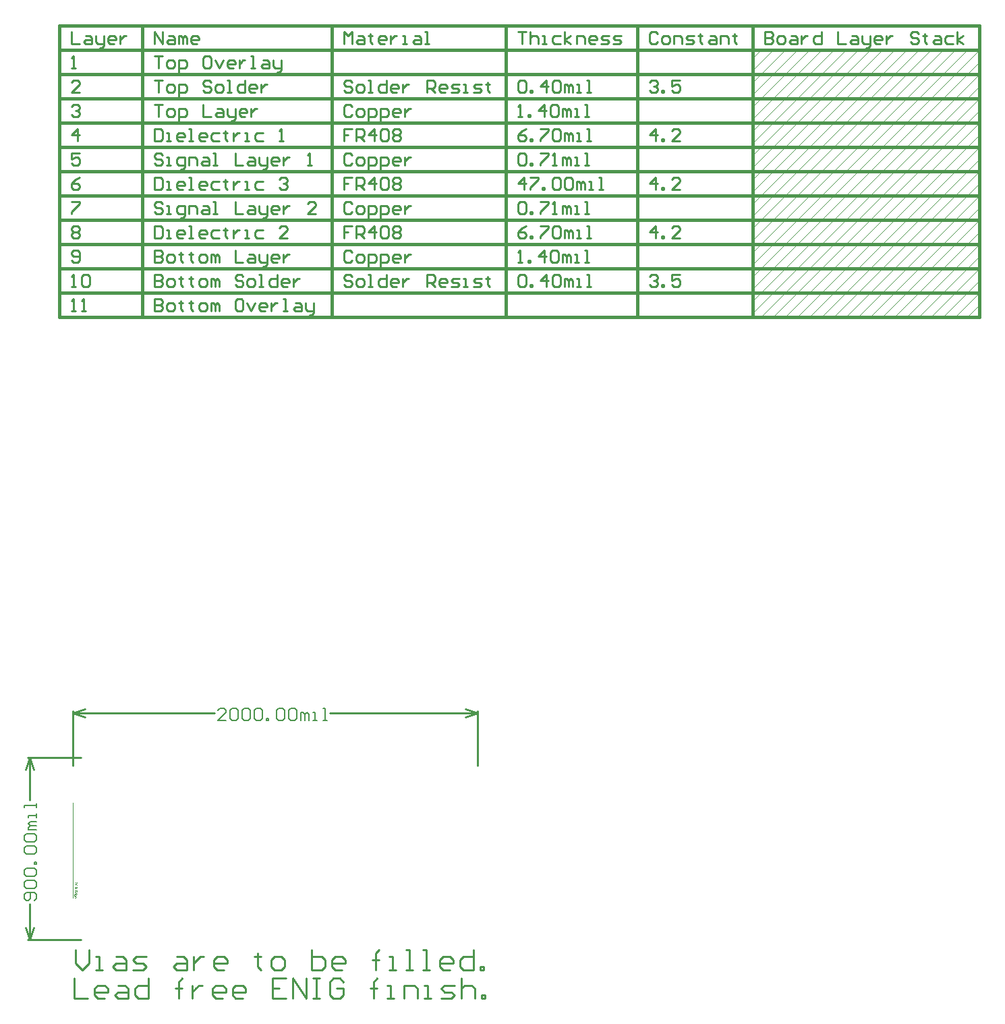
<source format=gm1>
G04 Layer_Color=16711935*
%FSLAX24Y24*%
%MOIN*%
G70*
G01*
G75*
%ADD10C,0.0060*%
%ADD40C,0.0100*%
%ADD54C,0.0039*%
%ADD98C,0.0150*%
%ADD99C,0.0010*%
%ADD100C,0.0090*%
G36*
X204Y-2153D02*
X189D01*
Y-2079D01*
X150D01*
Y-2149D01*
X136D01*
Y-2079D01*
X93D01*
Y-2156D01*
X78D01*
Y-2063D01*
X204D01*
Y-2153D01*
D02*
G37*
G36*
Y-1943D02*
Y-1943D01*
Y-1944D01*
Y-1945D01*
X204Y-1945D01*
Y-1947D01*
X203Y-1948D01*
X203Y-1950D01*
X203Y-1951D01*
X203Y-1955D01*
X202Y-1959D01*
X201Y-1963D01*
X200Y-1964D01*
X200Y-1966D01*
Y-1966D01*
X200Y-1967D01*
X199Y-1967D01*
X199Y-1968D01*
X199Y-1968D01*
X198Y-1969D01*
X197Y-1971D01*
X195Y-1973D01*
X193Y-1976D01*
X191Y-1978D01*
X188Y-1980D01*
X188Y-1980D01*
X188Y-1980D01*
X187Y-1980D01*
X187Y-1981D01*
X186Y-1981D01*
X185Y-1981D01*
X184Y-1982D01*
X183Y-1982D01*
X181Y-1983D01*
X178Y-1984D01*
X175Y-1985D01*
X173Y-1985D01*
X171Y-1985D01*
X171D01*
X170Y-1985D01*
X169D01*
X169Y-1985D01*
X168Y-1984D01*
X167Y-1984D01*
X164Y-1984D01*
X162Y-1983D01*
X159Y-1982D01*
X158Y-1981D01*
X156Y-1980D01*
X156D01*
X156Y-1980D01*
X156Y-1980D01*
X155Y-1980D01*
X155Y-1979D01*
X154Y-1979D01*
X153Y-1978D01*
X152Y-1977D01*
X151Y-1976D01*
X150Y-1975D01*
X149Y-1974D01*
X149Y-1973D01*
X148Y-1972D01*
X147Y-1970D01*
X146Y-1969D01*
X145Y-1967D01*
Y-1967D01*
X145Y-1968D01*
X145Y-1968D01*
X144Y-1969D01*
X144Y-1970D01*
X143Y-1971D01*
X143Y-1972D01*
X142Y-1974D01*
X141Y-1976D01*
X140Y-1978D01*
X139Y-1979D01*
X138Y-1981D01*
X136Y-1982D01*
X135Y-1983D01*
X134Y-1985D01*
X133Y-1985D01*
X133Y-1985D01*
X133Y-1985D01*
X132Y-1986D01*
X131Y-1986D01*
X130Y-1987D01*
X129Y-1987D01*
X128Y-1988D01*
X127Y-1988D01*
X125Y-1989D01*
X124Y-1989D01*
X122Y-1990D01*
X120Y-1990D01*
X119Y-1991D01*
X117Y-1991D01*
X115Y-1991D01*
X114D01*
X113Y-1991D01*
X112D01*
X111Y-1991D01*
X110Y-1991D01*
X109Y-1990D01*
X107Y-1990D01*
X104Y-1989D01*
X101Y-1988D01*
X98Y-1987D01*
X98D01*
X98Y-1987D01*
X97Y-1987D01*
X97Y-1986D01*
X96Y-1986D01*
X96Y-1986D01*
X94Y-1985D01*
X92Y-1983D01*
X90Y-1982D01*
X88Y-1980D01*
X87Y-1978D01*
Y-1978D01*
X86Y-1978D01*
X86Y-1977D01*
X86Y-1977D01*
X86Y-1976D01*
X85Y-1976D01*
X85Y-1975D01*
X84Y-1974D01*
X83Y-1972D01*
X82Y-1970D01*
X81Y-1967D01*
X80Y-1964D01*
Y-1964D01*
X80Y-1964D01*
X80Y-1963D01*
X80Y-1963D01*
X80Y-1962D01*
X80Y-1961D01*
X79Y-1960D01*
X79Y-1959D01*
X79Y-1957D01*
X79Y-1956D01*
X79Y-1954D01*
X79Y-1952D01*
X78Y-1950D01*
X78Y-1948D01*
X78Y-1944D01*
Y-1896D01*
X204D01*
Y-1943D01*
D02*
G37*
G36*
X126Y-2172D02*
X127D01*
X128Y-2172D01*
X130Y-2172D01*
X132Y-2172D01*
X134Y-2172D01*
X136Y-2173D01*
X140Y-2174D01*
X144Y-2175D01*
X146Y-2175D01*
X148Y-2176D01*
X148Y-2176D01*
X149Y-2176D01*
X149Y-2177D01*
X150Y-2177D01*
X151Y-2177D01*
X152Y-2178D01*
X153Y-2179D01*
X155Y-2179D01*
X156Y-2180D01*
X157Y-2181D01*
X159Y-2183D01*
X160Y-2184D01*
X161Y-2185D01*
X163Y-2186D01*
X164Y-2188D01*
X165Y-2190D01*
X165Y-2190D01*
X166Y-2190D01*
X166Y-2191D01*
X166Y-2191D01*
X167Y-2192D01*
X167Y-2193D01*
X168Y-2194D01*
X168Y-2196D01*
X169Y-2197D01*
X169Y-2199D01*
X170Y-2200D01*
X170Y-2202D01*
X171Y-2204D01*
X171Y-2206D01*
X171Y-2208D01*
X171Y-2210D01*
Y-2210D01*
Y-2210D01*
Y-2211D01*
Y-2211D01*
X171Y-2212D01*
X171Y-2213D01*
X171Y-2214D01*
X171Y-2215D01*
X170Y-2217D01*
X170Y-2220D01*
X169Y-2222D01*
X168Y-2224D01*
Y-2225D01*
X168Y-2225D01*
X167Y-2225D01*
X167Y-2226D01*
X166Y-2227D01*
X165Y-2228D01*
X164Y-2230D01*
X162Y-2232D01*
X161Y-2233D01*
X159Y-2235D01*
X204D01*
Y-2250D01*
X78D01*
Y-2236D01*
X90D01*
X90Y-2236D01*
X89Y-2236D01*
X88Y-2235D01*
X88Y-2234D01*
X87Y-2234D01*
X85Y-2232D01*
X84Y-2231D01*
X83Y-2230D01*
X82Y-2228D01*
X81Y-2226D01*
X79Y-2224D01*
X78Y-2222D01*
X77Y-2219D01*
X77Y-2217D01*
X76Y-2214D01*
X76Y-2211D01*
Y-2211D01*
Y-2210D01*
Y-2210D01*
X76Y-2209D01*
X76Y-2208D01*
X77Y-2207D01*
X77Y-2205D01*
X77Y-2204D01*
X77Y-2203D01*
X78Y-2201D01*
X78Y-2199D01*
X79Y-2198D01*
X79Y-2196D01*
X80Y-2194D01*
X81Y-2192D01*
X82Y-2191D01*
X82Y-2191D01*
X82Y-2190D01*
X83Y-2190D01*
X83Y-2189D01*
X84Y-2188D01*
X85Y-2188D01*
X86Y-2187D01*
X87Y-2185D01*
X88Y-2184D01*
X89Y-2183D01*
X90Y-2182D01*
X92Y-2181D01*
X93Y-2180D01*
X95Y-2179D01*
X97Y-2178D01*
X99Y-2177D01*
X99Y-2176D01*
X99Y-2176D01*
X100Y-2176D01*
X101Y-2176D01*
X102Y-2175D01*
X103Y-2175D01*
X104Y-2175D01*
X106Y-2174D01*
X108Y-2174D01*
X110Y-2173D01*
X112Y-2173D01*
X114Y-2172D01*
X116Y-2172D01*
X118Y-2172D01*
X121Y-2172D01*
X124Y-2172D01*
X125D01*
X126Y-2172D01*
D02*
G37*
G36*
X125Y-2367D02*
X127Y-2367D01*
X129Y-2367D01*
X131Y-2367D01*
X133Y-2368D01*
X136Y-2368D01*
X139Y-2369D01*
X142Y-2370D01*
X145Y-2371D01*
X148Y-2372D01*
X150Y-2373D01*
X153Y-2375D01*
X156Y-2377D01*
X158Y-2379D01*
X159Y-2379D01*
X159Y-2379D01*
X160Y-2380D01*
X160Y-2381D01*
X161Y-2382D01*
X163Y-2383D01*
X164Y-2385D01*
X165Y-2387D01*
X166Y-2389D01*
X167Y-2391D01*
X168Y-2394D01*
X169Y-2397D01*
X170Y-2399D01*
X171Y-2402D01*
X171Y-2406D01*
X171Y-2409D01*
Y-2409D01*
Y-2409D01*
Y-2410D01*
X171Y-2411D01*
X171Y-2412D01*
X171Y-2414D01*
X171Y-2416D01*
X170Y-2418D01*
X170Y-2420D01*
X169Y-2422D01*
X168Y-2424D01*
X167Y-2427D01*
X166Y-2429D01*
X165Y-2432D01*
X163Y-2434D01*
X161Y-2437D01*
X159Y-2439D01*
X159Y-2439D01*
X158Y-2439D01*
X157Y-2440D01*
X157Y-2441D01*
X155Y-2442D01*
X154Y-2443D01*
X152Y-2444D01*
X150Y-2445D01*
X147Y-2446D01*
X145Y-2447D01*
X142Y-2448D01*
X139Y-2449D01*
X135Y-2450D01*
X132Y-2450D01*
X128Y-2450D01*
X124Y-2451D01*
X122D01*
X121Y-2450D01*
X120D01*
Y-2383D01*
X120D01*
X119Y-2383D01*
X118D01*
X117Y-2383D01*
X116Y-2383D01*
X115Y-2383D01*
X113Y-2384D01*
X111Y-2384D01*
X109Y-2384D01*
X108Y-2385D01*
X106Y-2386D01*
X104Y-2387D01*
X102Y-2388D01*
X100Y-2389D01*
X98Y-2390D01*
X97Y-2391D01*
X97Y-2391D01*
X97Y-2391D01*
X96Y-2392D01*
X96Y-2392D01*
X95Y-2393D01*
X94Y-2394D01*
X94Y-2395D01*
X93Y-2396D01*
X92Y-2398D01*
X91Y-2399D01*
X91Y-2401D01*
X90Y-2402D01*
X90Y-2404D01*
X89Y-2406D01*
X89Y-2408D01*
X89Y-2410D01*
Y-2410D01*
Y-2410D01*
Y-2411D01*
X89Y-2412D01*
Y-2412D01*
X89Y-2413D01*
X89Y-2414D01*
X89Y-2415D01*
X90Y-2417D01*
X91Y-2420D01*
X92Y-2422D01*
X92Y-2423D01*
X93Y-2425D01*
X93Y-2425D01*
X93Y-2425D01*
X94Y-2425D01*
X94Y-2426D01*
X95Y-2426D01*
X95Y-2427D01*
X96Y-2427D01*
X97Y-2428D01*
X98Y-2429D01*
X99Y-2430D01*
X100Y-2430D01*
X101Y-2431D01*
X103Y-2432D01*
X104Y-2433D01*
X106Y-2433D01*
X108Y-2434D01*
X106Y-2450D01*
X105D01*
X105Y-2450D01*
X104Y-2450D01*
X103Y-2449D01*
X102Y-2449D01*
X101Y-2448D01*
X99Y-2448D01*
X98Y-2447D01*
X96Y-2446D01*
X94Y-2445D01*
X92Y-2444D01*
X91Y-2443D01*
X89Y-2441D01*
X87Y-2440D01*
X85Y-2438D01*
X84Y-2436D01*
X84Y-2436D01*
X84Y-2436D01*
X83Y-2435D01*
X83Y-2434D01*
X82Y-2433D01*
X81Y-2432D01*
X81Y-2431D01*
X80Y-2429D01*
X79Y-2427D01*
X79Y-2425D01*
X78Y-2423D01*
X77Y-2421D01*
X77Y-2418D01*
X77Y-2416D01*
X76Y-2413D01*
X76Y-2410D01*
Y-2410D01*
Y-2410D01*
Y-2410D01*
Y-2409D01*
X76Y-2408D01*
X76Y-2407D01*
X77Y-2405D01*
X77Y-2403D01*
X77Y-2401D01*
X78Y-2399D01*
X78Y-2396D01*
X79Y-2394D01*
X80Y-2391D01*
X81Y-2388D01*
X83Y-2386D01*
X84Y-2383D01*
X86Y-2381D01*
X88Y-2378D01*
X89Y-2378D01*
X89Y-2378D01*
X90Y-2377D01*
X91Y-2377D01*
X92Y-2376D01*
X93Y-2375D01*
X95Y-2374D01*
X97Y-2373D01*
X100Y-2372D01*
X102Y-2370D01*
X105Y-2369D01*
X108Y-2369D01*
X111Y-2368D01*
X115Y-2367D01*
X119Y-2367D01*
X123Y-2367D01*
X124D01*
X125Y-2367D01*
D02*
G37*
G36*
X126Y-2269D02*
X128D01*
X129Y-2269D01*
X130Y-2269D01*
X132Y-2269D01*
X134Y-2269D01*
X136Y-2270D01*
X140Y-2271D01*
X144Y-2272D01*
X146Y-2272D01*
X148Y-2273D01*
X148Y-2273D01*
X149Y-2273D01*
X149Y-2274D01*
X150Y-2274D01*
X151Y-2275D01*
X152Y-2275D01*
X153Y-2276D01*
X154Y-2277D01*
X156Y-2278D01*
X157Y-2279D01*
X159Y-2280D01*
X160Y-2281D01*
X161Y-2282D01*
X163Y-2284D01*
X164Y-2285D01*
X165Y-2287D01*
X165Y-2287D01*
X165Y-2287D01*
X166Y-2288D01*
X166Y-2289D01*
X167Y-2289D01*
X167Y-2290D01*
X168Y-2292D01*
X168Y-2293D01*
X169Y-2294D01*
X169Y-2296D01*
X170Y-2298D01*
X170Y-2300D01*
X171Y-2302D01*
X171Y-2304D01*
X171Y-2306D01*
X171Y-2308D01*
Y-2308D01*
Y-2309D01*
X171Y-2310D01*
X171Y-2311D01*
X171Y-2312D01*
X170Y-2314D01*
X170Y-2315D01*
X170Y-2317D01*
X169Y-2319D01*
X168Y-2322D01*
X167Y-2324D01*
X166Y-2326D01*
X164Y-2328D01*
X163Y-2330D01*
X160Y-2332D01*
X158Y-2334D01*
X169D01*
Y-2349D01*
X89D01*
X87Y-2349D01*
X85D01*
X83Y-2348D01*
X81Y-2348D01*
X79Y-2348D01*
X77Y-2348D01*
X74Y-2348D01*
X69Y-2347D01*
X67Y-2346D01*
X65Y-2346D01*
X62Y-2345D01*
X61Y-2344D01*
X61D01*
X60Y-2344D01*
X60Y-2344D01*
X59Y-2343D01*
X58Y-2343D01*
X58Y-2342D01*
X57Y-2342D01*
X56Y-2341D01*
X55Y-2340D01*
X53Y-2339D01*
X52Y-2338D01*
X51Y-2337D01*
X50Y-2335D01*
X49Y-2334D01*
X48Y-2332D01*
X47Y-2331D01*
X47Y-2331D01*
X46Y-2330D01*
X46Y-2330D01*
X46Y-2329D01*
X45Y-2328D01*
X45Y-2327D01*
X45Y-2326D01*
X44Y-2324D01*
X44Y-2323D01*
X43Y-2321D01*
X43Y-2319D01*
X42Y-2317D01*
X42Y-2315D01*
X42Y-2313D01*
X42Y-2310D01*
X41Y-2308D01*
Y-2307D01*
Y-2307D01*
X42Y-2306D01*
Y-2305D01*
X42Y-2303D01*
X42Y-2302D01*
X42Y-2300D01*
X42Y-2298D01*
X43Y-2296D01*
X43Y-2294D01*
X44Y-2292D01*
X45Y-2290D01*
X45Y-2287D01*
X46Y-2285D01*
X47Y-2283D01*
X49Y-2281D01*
X49Y-2281D01*
X49Y-2281D01*
X50Y-2280D01*
X50Y-2280D01*
X51Y-2279D01*
X52Y-2278D01*
X53Y-2277D01*
X54Y-2276D01*
X56Y-2275D01*
X57Y-2275D01*
X59Y-2274D01*
X61Y-2273D01*
X63Y-2272D01*
X66Y-2272D01*
X68Y-2272D01*
X71Y-2272D01*
X69Y-2287D01*
X68D01*
X68Y-2287D01*
X68D01*
X67Y-2287D01*
X66Y-2287D01*
X65Y-2288D01*
X63Y-2288D01*
X61Y-2289D01*
X60Y-2290D01*
X58Y-2292D01*
Y-2292D01*
X58Y-2292D01*
X58Y-2292D01*
X58Y-2293D01*
X57Y-2293D01*
X57Y-2294D01*
X57Y-2295D01*
X56Y-2296D01*
X56Y-2297D01*
X56Y-2298D01*
X55Y-2300D01*
X55Y-2301D01*
X55Y-2302D01*
X54Y-2304D01*
X54Y-2306D01*
X54Y-2308D01*
Y-2308D01*
Y-2308D01*
Y-2309D01*
X54Y-2309D01*
Y-2310D01*
X54Y-2311D01*
X55Y-2312D01*
X55Y-2314D01*
X55Y-2316D01*
X56Y-2319D01*
X57Y-2322D01*
X58Y-2323D01*
X58Y-2324D01*
X59Y-2324D01*
X59Y-2324D01*
X59Y-2325D01*
X59Y-2325D01*
X60Y-2326D01*
X62Y-2327D01*
X63Y-2329D01*
X65Y-2330D01*
X68Y-2331D01*
X71Y-2332D01*
X71D01*
X71Y-2332D01*
X71D01*
X72Y-2332D01*
X72Y-2332D01*
X73Y-2332D01*
X74Y-2332D01*
X75Y-2333D01*
X76Y-2333D01*
X77Y-2333D01*
X79Y-2333D01*
X81Y-2333D01*
X83D01*
X85Y-2333D01*
X90D01*
X90Y-2333D01*
X90Y-2333D01*
X89Y-2332D01*
X88Y-2331D01*
X87Y-2330D01*
X86Y-2329D01*
X85Y-2328D01*
X84Y-2326D01*
X83Y-2324D01*
X82Y-2322D01*
X81Y-2320D01*
X80Y-2318D01*
X79Y-2316D01*
X79Y-2313D01*
X78Y-2311D01*
X78Y-2308D01*
Y-2308D01*
Y-2307D01*
X78Y-2306D01*
X78Y-2305D01*
X79Y-2303D01*
X79Y-2301D01*
X79Y-2299D01*
X80Y-2297D01*
X81Y-2295D01*
X82Y-2293D01*
X83Y-2290D01*
X84Y-2288D01*
X86Y-2285D01*
X87Y-2283D01*
X89Y-2281D01*
X92Y-2279D01*
X92Y-2279D01*
X92Y-2278D01*
X93Y-2278D01*
X94Y-2277D01*
X96Y-2276D01*
X97Y-2276D01*
X99Y-2275D01*
X101Y-2274D01*
X103Y-2273D01*
X106Y-2272D01*
X108Y-2271D01*
X111Y-2270D01*
X114Y-2270D01*
X117Y-2269D01*
X121Y-2269D01*
X124Y-2269D01*
X125D01*
X126Y-2269D01*
D02*
G37*
G36*
X144Y-1766D02*
X145D01*
X147Y-1766D01*
X149Y-1766D01*
X151Y-1766D01*
X154Y-1767D01*
X156Y-1767D01*
X159Y-1767D01*
X162Y-1768D01*
X165Y-1769D01*
X168Y-1770D01*
X170Y-1771D01*
X173Y-1772D01*
X176Y-1773D01*
X176Y-1773D01*
X177Y-1773D01*
X178Y-1774D01*
X179Y-1775D01*
X180Y-1775D01*
X181Y-1776D01*
X183Y-1777D01*
X184Y-1778D01*
X186Y-1780D01*
X188Y-1782D01*
X190Y-1783D01*
X192Y-1785D01*
X193Y-1787D01*
X195Y-1789D01*
X197Y-1792D01*
X198Y-1794D01*
X198Y-1795D01*
X199Y-1795D01*
X199Y-1796D01*
X199Y-1797D01*
X200Y-1798D01*
X201Y-1800D01*
X201Y-1801D01*
X202Y-1803D01*
X203Y-1806D01*
X203Y-1808D01*
X204Y-1810D01*
X205Y-1813D01*
X205Y-1816D01*
X206Y-1819D01*
X206Y-1822D01*
X206Y-1825D01*
Y-1825D01*
Y-1825D01*
Y-1826D01*
X206Y-1827D01*
Y-1828D01*
X206Y-1829D01*
X205Y-1831D01*
X205Y-1833D01*
X205Y-1836D01*
X204Y-1838D01*
X204Y-1841D01*
X203Y-1843D01*
X202Y-1846D01*
X201Y-1849D01*
X199Y-1851D01*
X198Y-1854D01*
X196Y-1856D01*
X196Y-1856D01*
X196Y-1857D01*
X195Y-1858D01*
X195Y-1858D01*
X194Y-1859D01*
X192Y-1861D01*
X191Y-1862D01*
X189Y-1863D01*
X188Y-1865D01*
X185Y-1866D01*
X183Y-1868D01*
X181Y-1869D01*
X178Y-1871D01*
X175Y-1872D01*
X172Y-1873D01*
X169Y-1874D01*
X165Y-1858D01*
X166D01*
X166Y-1858D01*
X167Y-1858D01*
X168Y-1857D01*
X169Y-1857D01*
X170Y-1856D01*
X172Y-1856D01*
X173Y-1855D01*
X176Y-1853D01*
X180Y-1851D01*
X181Y-1849D01*
X183Y-1848D01*
X184Y-1847D01*
X185Y-1845D01*
X185Y-1845D01*
X186Y-1845D01*
X186Y-1844D01*
X186Y-1844D01*
X187Y-1843D01*
X187Y-1842D01*
X188Y-1841D01*
X189Y-1839D01*
X189Y-1838D01*
X190Y-1837D01*
X190Y-1835D01*
X191Y-1833D01*
X191Y-1831D01*
X191Y-1829D01*
X192Y-1827D01*
X192Y-1824D01*
Y-1824D01*
Y-1824D01*
Y-1823D01*
X192Y-1822D01*
X191Y-1821D01*
X191Y-1819D01*
X191Y-1818D01*
X191Y-1816D01*
X190Y-1814D01*
X190Y-1812D01*
X189Y-1810D01*
X189Y-1808D01*
X188Y-1806D01*
X187Y-1804D01*
X186Y-1802D01*
X185Y-1800D01*
X185Y-1800D01*
X184Y-1800D01*
X184Y-1799D01*
X184Y-1799D01*
X183Y-1798D01*
X182Y-1797D01*
X181Y-1796D01*
X180Y-1795D01*
X179Y-1794D01*
X177Y-1793D01*
X176Y-1792D01*
X174Y-1790D01*
X172Y-1789D01*
X170Y-1788D01*
X168Y-1787D01*
X166Y-1787D01*
X166D01*
X166Y-1786D01*
X165Y-1786D01*
X164Y-1786D01*
X163Y-1786D01*
X162Y-1785D01*
X160Y-1785D01*
X159Y-1785D01*
X157Y-1784D01*
X155Y-1784D01*
X153Y-1784D01*
X151Y-1783D01*
X147Y-1783D01*
X142Y-1783D01*
X140D01*
X139Y-1783D01*
X138D01*
X136Y-1783D01*
X134Y-1783D01*
X133Y-1783D01*
X130Y-1784D01*
X128Y-1784D01*
X123Y-1785D01*
X119Y-1786D01*
X116Y-1787D01*
X114Y-1787D01*
X114Y-1787D01*
X113Y-1788D01*
X113Y-1788D01*
X112Y-1788D01*
X111Y-1789D01*
X110Y-1789D01*
X109Y-1790D01*
X107Y-1791D01*
X106Y-1792D01*
X104Y-1793D01*
X103Y-1794D01*
X101Y-1795D01*
X100Y-1797D01*
X99Y-1798D01*
X97Y-1800D01*
X96Y-1802D01*
X96Y-1802D01*
X96Y-1802D01*
X96Y-1803D01*
X95Y-1804D01*
X95Y-1805D01*
X94Y-1806D01*
X94Y-1807D01*
X93Y-1808D01*
X93Y-1810D01*
X92Y-1811D01*
X92Y-1813D01*
X91Y-1815D01*
X91Y-1817D01*
X91Y-1819D01*
X90Y-1821D01*
X90Y-1823D01*
Y-1823D01*
Y-1824D01*
X90Y-1824D01*
Y-1825D01*
X91Y-1827D01*
X91Y-1828D01*
X91Y-1830D01*
X91Y-1831D01*
X92Y-1833D01*
X92Y-1835D01*
X93Y-1837D01*
X94Y-1839D01*
X95Y-1841D01*
X96Y-1843D01*
X97Y-1845D01*
X98Y-1847D01*
X98Y-1847D01*
X99Y-1847D01*
X99Y-1848D01*
X100Y-1848D01*
X101Y-1849D01*
X102Y-1850D01*
X103Y-1851D01*
X104Y-1852D01*
X106Y-1853D01*
X108Y-1854D01*
X110Y-1855D01*
X112Y-1856D01*
X114Y-1857D01*
X117Y-1858D01*
X119Y-1859D01*
X122Y-1860D01*
X118Y-1876D01*
X118D01*
X118Y-1876D01*
X118D01*
X117Y-1876D01*
X116Y-1876D01*
X115Y-1875D01*
X113Y-1875D01*
X111Y-1874D01*
X109Y-1873D01*
X106Y-1872D01*
X104Y-1871D01*
X101Y-1869D01*
X99Y-1868D01*
X96Y-1866D01*
X94Y-1864D01*
X91Y-1862D01*
X89Y-1860D01*
X87Y-1858D01*
X87Y-1857D01*
X86Y-1857D01*
X86Y-1856D01*
X85Y-1855D01*
X84Y-1854D01*
X83Y-1852D01*
X82Y-1850D01*
X82Y-1848D01*
X81Y-1846D01*
X79Y-1844D01*
X79Y-1841D01*
X78Y-1838D01*
X77Y-1835D01*
X77Y-1832D01*
X76Y-1828D01*
X76Y-1824D01*
Y-1824D01*
Y-1824D01*
Y-1824D01*
Y-1824D01*
X76Y-1823D01*
Y-1821D01*
X76Y-1819D01*
X77Y-1817D01*
X77Y-1815D01*
X77Y-1813D01*
X78Y-1810D01*
X78Y-1807D01*
X79Y-1805D01*
X80Y-1802D01*
X81Y-1799D01*
X82Y-1797D01*
X83Y-1794D01*
X84Y-1791D01*
X84Y-1791D01*
X85Y-1791D01*
X85Y-1790D01*
X86Y-1789D01*
X87Y-1788D01*
X88Y-1787D01*
X89Y-1786D01*
X90Y-1784D01*
X92Y-1783D01*
X94Y-1781D01*
X96Y-1780D01*
X98Y-1778D01*
X100Y-1776D01*
X103Y-1775D01*
X105Y-1773D01*
X108Y-1772D01*
X108Y-1772D01*
X109Y-1772D01*
X110Y-1772D01*
X111Y-1771D01*
X112Y-1771D01*
X114Y-1770D01*
X116Y-1770D01*
X118Y-1769D01*
X121Y-1768D01*
X123Y-1768D01*
X126Y-1767D01*
X129Y-1767D01*
X132Y-1766D01*
X135Y-1766D01*
X139Y-1766D01*
X142Y-1766D01*
X143D01*
X144Y-1766D01*
D02*
G37*
G36*
X204Y-1701D02*
Y-1701D01*
Y-1701D01*
Y-1702D01*
Y-1703D01*
Y-1704D01*
X204Y-1705D01*
Y-1706D01*
Y-1708D01*
X203Y-1711D01*
X203Y-1714D01*
X203Y-1717D01*
X203Y-1719D01*
X202Y-1720D01*
Y-1720D01*
X202Y-1720D01*
X202Y-1721D01*
X202Y-1721D01*
X202Y-1722D01*
X202Y-1723D01*
X201Y-1724D01*
X201Y-1725D01*
X200Y-1728D01*
X199Y-1730D01*
X198Y-1733D01*
X196Y-1735D01*
Y-1735D01*
X196Y-1736D01*
X196Y-1736D01*
X196Y-1736D01*
X195Y-1737D01*
X193Y-1739D01*
X192Y-1741D01*
X190Y-1742D01*
X187Y-1744D01*
X184Y-1745D01*
X184D01*
X184Y-1746D01*
X184Y-1746D01*
X183Y-1746D01*
X182Y-1746D01*
X181Y-1747D01*
X180Y-1747D01*
X179Y-1747D01*
X178Y-1748D01*
X177Y-1748D01*
X174Y-1749D01*
X171Y-1749D01*
X167Y-1749D01*
X167D01*
X166Y-1749D01*
X165Y-1749D01*
X163Y-1749D01*
X162Y-1749D01*
X160Y-1748D01*
X158Y-1748D01*
X156Y-1747D01*
X154Y-1747D01*
X152Y-1746D01*
X149Y-1745D01*
X147Y-1744D01*
X145Y-1742D01*
X142Y-1741D01*
X140Y-1739D01*
X140Y-1739D01*
X140Y-1739D01*
X139Y-1738D01*
X139Y-1737D01*
X138Y-1736D01*
X137Y-1734D01*
X136Y-1733D01*
X135Y-1731D01*
X134Y-1728D01*
X133Y-1726D01*
X132Y-1723D01*
X131Y-1719D01*
X130Y-1716D01*
X130Y-1711D01*
X129Y-1707D01*
X129Y-1702D01*
Y-1670D01*
X78D01*
Y-1654D01*
X204D01*
Y-1701D01*
D02*
G37*
%LPC*%
G36*
X189Y-1913D02*
X151D01*
Y-1940D01*
Y-1940D01*
Y-1940D01*
Y-1941D01*
Y-1942D01*
Y-1943D01*
X151Y-1944D01*
Y-1945D01*
X151Y-1946D01*
X151Y-1949D01*
X152Y-1951D01*
X152Y-1954D01*
X152Y-1955D01*
X152Y-1956D01*
Y-1956D01*
X153Y-1956D01*
X153Y-1956D01*
X153Y-1957D01*
X153Y-1958D01*
X154Y-1959D01*
X155Y-1961D01*
X156Y-1962D01*
X157Y-1964D01*
X159Y-1965D01*
X159D01*
X159Y-1965D01*
X159Y-1966D01*
X160Y-1966D01*
X162Y-1967D01*
X163Y-1967D01*
X165Y-1968D01*
X167Y-1968D01*
X170Y-1968D01*
X171D01*
X172Y-1968D01*
X173Y-1968D01*
X175Y-1968D01*
X177Y-1967D01*
X179Y-1966D01*
X180Y-1965D01*
X181D01*
X181Y-1965D01*
X181Y-1965D01*
X182Y-1964D01*
X183Y-1963D01*
X184Y-1962D01*
X185Y-1960D01*
X186Y-1959D01*
X187Y-1957D01*
Y-1957D01*
X187Y-1956D01*
X187Y-1956D01*
X187Y-1956D01*
X187Y-1955D01*
X188Y-1954D01*
X188Y-1953D01*
X188Y-1952D01*
X188Y-1951D01*
X188Y-1950D01*
X188Y-1948D01*
X189Y-1946D01*
X189Y-1945D01*
X189Y-1943D01*
X189Y-1940D01*
Y-1938D01*
Y-1913D01*
D02*
G37*
G36*
X136D02*
X93D01*
Y-1944D01*
Y-1944D01*
Y-1944D01*
Y-1945D01*
Y-1945D01*
Y-1946D01*
Y-1947D01*
X93Y-1948D01*
Y-1950D01*
X93Y-1952D01*
X93Y-1954D01*
X93Y-1955D01*
X94Y-1955D01*
Y-1955D01*
X94Y-1956D01*
Y-1956D01*
X94Y-1956D01*
X94Y-1957D01*
X94Y-1959D01*
X95Y-1960D01*
X95Y-1962D01*
X96Y-1963D01*
X97Y-1965D01*
X97Y-1965D01*
X97Y-1965D01*
X98Y-1966D01*
X99Y-1967D01*
X100Y-1968D01*
X101Y-1969D01*
X102Y-1970D01*
X104Y-1971D01*
X104D01*
X104Y-1971D01*
X105Y-1972D01*
X106Y-1972D01*
X107Y-1972D01*
X109Y-1973D01*
X110Y-1973D01*
X112Y-1974D01*
X115Y-1974D01*
X115D01*
X116Y-1974D01*
X116D01*
X117Y-1974D01*
X119Y-1973D01*
X121Y-1973D01*
X123Y-1972D01*
X125Y-1971D01*
X127Y-1970D01*
X127D01*
X127Y-1970D01*
X128Y-1969D01*
X128Y-1969D01*
X130Y-1967D01*
X131Y-1966D01*
X132Y-1964D01*
X133Y-1962D01*
X134Y-1960D01*
Y-1960D01*
X134Y-1960D01*
X134Y-1959D01*
X134Y-1959D01*
X135Y-1958D01*
X135Y-1957D01*
X135Y-1956D01*
X135Y-1955D01*
X135Y-1954D01*
X135Y-1953D01*
X136Y-1951D01*
X136Y-1950D01*
X136Y-1948D01*
X136Y-1946D01*
X136Y-1944D01*
Y-1942D01*
Y-1913D01*
D02*
G37*
G36*
X124Y-2187D02*
X123D01*
X122Y-2188D01*
X121D01*
X119Y-2188D01*
X118Y-2188D01*
X116Y-2188D01*
X114Y-2188D01*
X112Y-2189D01*
X109Y-2189D01*
X107Y-2190D01*
X105Y-2190D01*
X103Y-2191D01*
X101Y-2192D01*
X99Y-2193D01*
X97Y-2195D01*
X97Y-2195D01*
X97Y-2195D01*
X97Y-2195D01*
X96Y-2196D01*
X96Y-2197D01*
X95Y-2198D01*
X94Y-2199D01*
X93Y-2200D01*
X92Y-2201D01*
X92Y-2202D01*
X91Y-2204D01*
X90Y-2205D01*
X90Y-2207D01*
X89Y-2209D01*
X89Y-2210D01*
X89Y-2212D01*
Y-2212D01*
Y-2212D01*
X89Y-2213D01*
Y-2214D01*
X89Y-2215D01*
X89Y-2216D01*
X90Y-2217D01*
X90Y-2218D01*
X90Y-2219D01*
X91Y-2221D01*
X92Y-2222D01*
X92Y-2224D01*
X93Y-2225D01*
X94Y-2226D01*
X96Y-2228D01*
X97Y-2229D01*
X97Y-2229D01*
X97Y-2230D01*
X98Y-2230D01*
X99Y-2230D01*
X99Y-2231D01*
X100Y-2231D01*
X102Y-2232D01*
X103Y-2233D01*
X105Y-2234D01*
X107Y-2234D01*
X109Y-2235D01*
X111Y-2235D01*
X114Y-2236D01*
X116Y-2236D01*
X119Y-2236D01*
X122Y-2236D01*
X124D01*
X125Y-2236D01*
X127Y-2236D01*
X129Y-2236D01*
X131Y-2236D01*
X133Y-2235D01*
X135Y-2235D01*
X137Y-2235D01*
X139Y-2234D01*
X142Y-2233D01*
X144Y-2233D01*
X146Y-2231D01*
X148Y-2230D01*
X150Y-2229D01*
X150Y-2229D01*
X150Y-2229D01*
X150Y-2228D01*
X151Y-2228D01*
X152Y-2227D01*
X152Y-2226D01*
X153Y-2225D01*
X154Y-2224D01*
X155Y-2223D01*
X156Y-2222D01*
X156Y-2220D01*
X157Y-2219D01*
X158Y-2217D01*
X158Y-2215D01*
X158Y-2213D01*
X158Y-2211D01*
Y-2211D01*
Y-2211D01*
X158Y-2210D01*
Y-2210D01*
X158Y-2209D01*
X158Y-2208D01*
X158Y-2207D01*
X157Y-2205D01*
X157Y-2204D01*
X156Y-2203D01*
X156Y-2201D01*
X155Y-2200D01*
X154Y-2198D01*
X153Y-2197D01*
X152Y-2196D01*
X150Y-2194D01*
X150Y-2194D01*
X150Y-2194D01*
X149Y-2194D01*
X148Y-2193D01*
X148Y-2193D01*
X146Y-2192D01*
X145Y-2191D01*
X144Y-2191D01*
X142Y-2190D01*
X140Y-2190D01*
X138Y-2189D01*
X135Y-2189D01*
X133Y-2188D01*
X130Y-2188D01*
X127Y-2188D01*
X124Y-2187D01*
D02*
G37*
G36*
X132Y-2383D02*
Y-2434D01*
X133D01*
X133Y-2434D01*
X134D01*
X134Y-2434D01*
X135Y-2434D01*
X136Y-2434D01*
X138Y-2434D01*
X139Y-2433D01*
X142Y-2432D01*
X144Y-2431D01*
X147Y-2430D01*
X148Y-2429D01*
X150Y-2428D01*
X150Y-2428D01*
X150Y-2428D01*
X150Y-2428D01*
X151Y-2427D01*
X152Y-2426D01*
X152Y-2425D01*
X153Y-2424D01*
X154Y-2423D01*
X155Y-2422D01*
X156Y-2421D01*
X157Y-2419D01*
X157Y-2417D01*
X158Y-2415D01*
X158Y-2414D01*
X158Y-2412D01*
X159Y-2409D01*
Y-2409D01*
Y-2409D01*
Y-2408D01*
X158Y-2408D01*
X158Y-2407D01*
X158Y-2406D01*
X158Y-2404D01*
X158Y-2403D01*
X157Y-2402D01*
X157Y-2400D01*
X156Y-2399D01*
X156Y-2397D01*
X155Y-2396D01*
X154Y-2394D01*
X153Y-2393D01*
X151Y-2391D01*
X151Y-2391D01*
X151Y-2391D01*
X151Y-2391D01*
X150Y-2390D01*
X149Y-2390D01*
X149Y-2389D01*
X148Y-2388D01*
X146Y-2388D01*
X145Y-2387D01*
X144Y-2386D01*
X142Y-2386D01*
X140Y-2385D01*
X139Y-2384D01*
X137Y-2384D01*
X135Y-2384D01*
X132Y-2383D01*
D02*
G37*
G36*
X125Y-2284D02*
X124D01*
X122Y-2285D01*
X121Y-2285D01*
X119Y-2285D01*
X117Y-2285D01*
X115Y-2285D01*
X113Y-2286D01*
X111Y-2286D01*
X109Y-2287D01*
X107Y-2287D01*
X105Y-2288D01*
X103Y-2289D01*
X101Y-2290D01*
X99Y-2292D01*
X99Y-2292D01*
X99Y-2292D01*
X98Y-2292D01*
X98Y-2293D01*
X97Y-2293D01*
X97Y-2294D01*
X96Y-2295D01*
X95Y-2296D01*
X94Y-2298D01*
X94Y-2299D01*
X93Y-2301D01*
X92Y-2302D01*
X92Y-2304D01*
X91Y-2306D01*
X91Y-2307D01*
X91Y-2309D01*
Y-2310D01*
Y-2310D01*
X91Y-2310D01*
Y-2311D01*
X91Y-2312D01*
X91Y-2313D01*
X92Y-2314D01*
X92Y-2316D01*
X92Y-2317D01*
X93Y-2318D01*
X94Y-2320D01*
X94Y-2321D01*
X95Y-2323D01*
X97Y-2324D01*
X98Y-2326D01*
X99Y-2327D01*
X99Y-2327D01*
X100Y-2327D01*
X100Y-2328D01*
X101Y-2328D01*
X102Y-2329D01*
X103Y-2329D01*
X104Y-2330D01*
X105Y-2331D01*
X107Y-2331D01*
X109Y-2332D01*
X111Y-2333D01*
X113Y-2333D01*
X116Y-2334D01*
X119Y-2334D01*
X122Y-2334D01*
X125Y-2334D01*
X126D01*
X128Y-2334D01*
X129Y-2334D01*
X130Y-2334D01*
X132Y-2334D01*
X134Y-2333D01*
X136Y-2333D01*
X138Y-2333D01*
X140Y-2332D01*
X142Y-2331D01*
X144Y-2330D01*
X146Y-2329D01*
X148Y-2328D01*
X150Y-2327D01*
X150Y-2327D01*
X150Y-2327D01*
X151Y-2326D01*
X151Y-2326D01*
X152Y-2325D01*
X153Y-2324D01*
X153Y-2323D01*
X154Y-2322D01*
X155Y-2321D01*
X156Y-2319D01*
X157Y-2318D01*
X157Y-2316D01*
X158Y-2315D01*
X158Y-2313D01*
X158Y-2311D01*
X158Y-2309D01*
Y-2309D01*
Y-2309D01*
X158Y-2308D01*
Y-2307D01*
X158Y-2306D01*
X158Y-2305D01*
X158Y-2304D01*
X157Y-2303D01*
X157Y-2302D01*
X156Y-2300D01*
X156Y-2299D01*
X155Y-2297D01*
X154Y-2296D01*
X153Y-2294D01*
X152Y-2293D01*
X150Y-2292D01*
X150Y-2291D01*
X150Y-2291D01*
X149Y-2291D01*
X149Y-2290D01*
X148Y-2290D01*
X147Y-2289D01*
X145Y-2289D01*
X144Y-2288D01*
X142Y-2287D01*
X140Y-2287D01*
X138Y-2286D01*
X136Y-2286D01*
X134Y-2285D01*
X131Y-2285D01*
X128Y-2285D01*
X125Y-2284D01*
D02*
G37*
G36*
X189Y-1670D02*
X144D01*
Y-1702D01*
Y-1703D01*
Y-1703D01*
Y-1704D01*
X144Y-1705D01*
X144Y-1706D01*
X144Y-1708D01*
X145Y-1710D01*
X145Y-1711D01*
X145Y-1715D01*
X146Y-1717D01*
X147Y-1719D01*
X147Y-1721D01*
X148Y-1722D01*
X149Y-1724D01*
X150Y-1725D01*
X150Y-1725D01*
X150Y-1726D01*
X151Y-1726D01*
X151Y-1726D01*
X152Y-1727D01*
X152Y-1727D01*
X153Y-1728D01*
X154Y-1729D01*
X155Y-1729D01*
X157Y-1730D01*
X158Y-1730D01*
X160Y-1731D01*
X161Y-1731D01*
X163Y-1732D01*
X165Y-1732D01*
X167Y-1732D01*
X168D01*
X168Y-1732D01*
X169D01*
X170Y-1732D01*
X171Y-1732D01*
X174Y-1731D01*
X176Y-1730D01*
X178Y-1729D01*
X180Y-1728D01*
X180D01*
X180Y-1728D01*
X181Y-1728D01*
X181Y-1727D01*
X182Y-1726D01*
X183Y-1725D01*
X185Y-1724D01*
X186Y-1722D01*
X187Y-1720D01*
X188Y-1718D01*
X188Y-1717D01*
Y-1717D01*
X188Y-1717D01*
X188Y-1716D01*
X188Y-1716D01*
X188Y-1715D01*
X188Y-1714D01*
X188Y-1713D01*
X189Y-1712D01*
Y-1711D01*
X189Y-1709D01*
X189Y-1708D01*
X189Y-1706D01*
Y-1704D01*
Y-1702D01*
Y-1670D01*
D02*
G37*
%LPD*%
D10*
X-1900Y-2559D02*
X-1800Y-2459D01*
Y-2259D01*
X-1900Y-2159D01*
X-2300D01*
X-2400Y-2259D01*
Y-2459D01*
X-2300Y-2559D01*
X-2200D01*
X-2100Y-2459D01*
Y-2159D01*
X-2300Y-1959D02*
X-2400Y-1859D01*
Y-1660D01*
X-2300Y-1560D01*
X-1900D01*
X-1800Y-1660D01*
Y-1859D01*
X-1900Y-1959D01*
X-2300D01*
Y-1360D02*
X-2400Y-1260D01*
Y-1060D01*
X-2300Y-960D01*
X-1900D01*
X-1800Y-1060D01*
Y-1260D01*
X-1900Y-1360D01*
X-2300D01*
X-1800Y-760D02*
X-1900D01*
Y-660D01*
X-1800D01*
Y-760D01*
X-2300Y-260D02*
X-2400Y-160D01*
Y40D01*
X-2300Y140D01*
X-1900D01*
X-1800Y40D01*
Y-160D01*
X-1900Y-260D01*
X-2300D01*
Y340D02*
X-2400Y440D01*
Y640D01*
X-2300Y740D01*
X-1900D01*
X-1800Y640D01*
Y440D01*
X-1900Y340D01*
X-2300D01*
X-1800Y940D02*
X-2200D01*
Y1040D01*
X-2100Y1140D01*
X-1800D01*
X-2100D01*
X-2200Y1240D01*
X-2100Y1340D01*
X-1800D01*
Y1539D02*
Y1739D01*
Y1639D01*
X-2200D01*
Y1539D01*
X-1800Y2039D02*
Y2239D01*
Y2139D01*
X-2400D01*
Y2039D01*
X7541Y6330D02*
X7141D01*
X7541Y6730D01*
Y6830D01*
X7441Y6930D01*
X7241D01*
X7141Y6830D01*
X7741D02*
X7841Y6930D01*
X8041D01*
X8141Y6830D01*
Y6430D01*
X8041Y6330D01*
X7841D01*
X7741Y6430D01*
Y6830D01*
X8340D02*
X8440Y6930D01*
X8640D01*
X8740Y6830D01*
Y6430D01*
X8640Y6330D01*
X8440D01*
X8340Y6430D01*
Y6830D01*
X8940D02*
X9040Y6930D01*
X9240D01*
X9340Y6830D01*
Y6430D01*
X9240Y6330D01*
X9040D01*
X8940Y6430D01*
Y6830D01*
X9540Y6330D02*
Y6430D01*
X9640D01*
Y6330D01*
X9540D01*
X10040Y6830D02*
X10140Y6930D01*
X10340D01*
X10440Y6830D01*
Y6430D01*
X10340Y6330D01*
X10140D01*
X10040Y6430D01*
Y6830D01*
X10640D02*
X10740Y6930D01*
X10940D01*
X11040Y6830D01*
Y6430D01*
X10940Y6330D01*
X10740D01*
X10640Y6430D01*
Y6830D01*
X11240Y6330D02*
Y6730D01*
X11340D01*
X11439Y6630D01*
Y6330D01*
Y6630D01*
X11539Y6730D01*
X11639Y6630D01*
Y6330D01*
X11839D02*
X12039D01*
X11939D01*
Y6730D01*
X11839D01*
X12339Y6330D02*
X12539D01*
X12439D01*
Y6930D01*
X12339D01*
D40*
X-2260Y-4500D02*
X400D01*
X-2260Y4500D02*
X400D01*
X-2160Y-4500D02*
Y-2719D01*
Y2399D02*
Y4500D01*
Y-4500D02*
X-1960Y-3900D01*
X-2360D02*
X-2160Y-4500D01*
X-2360Y3900D02*
X-2160Y4500D01*
X-1960Y3900D01*
X20000Y4100D02*
Y6790D01*
X0Y4100D02*
Y6790D01*
X12699Y6690D02*
X20000D01*
X0D02*
X6981D01*
X19400Y6890D02*
X20000Y6690D01*
X19400Y6490D02*
X20000Y6690D01*
X0D02*
X600Y6490D01*
X0Y6690D02*
X600Y6890D01*
X34197Y40370D02*
Y39770D01*
X34497D01*
X34597Y39870D01*
Y39970D01*
X34497Y40070D01*
X34197D01*
X34497D01*
X34597Y40170D01*
Y40270D01*
X34497Y40370D01*
X34197D01*
X34897Y39770D02*
X35097D01*
X35197Y39870D01*
Y40070D01*
X35097Y40170D01*
X34897D01*
X34797Y40070D01*
Y39870D01*
X34897Y39770D01*
X35497Y40170D02*
X35696D01*
X35796Y40070D01*
Y39770D01*
X35497D01*
X35397Y39870D01*
X35497Y39970D01*
X35796D01*
X35996Y40170D02*
Y39770D01*
Y39970D01*
X36096Y40070D01*
X36196Y40170D01*
X36296D01*
X36996Y40370D02*
Y39770D01*
X36696D01*
X36596Y39870D01*
Y40070D01*
X36696Y40170D01*
X36996D01*
X37796Y40370D02*
Y39770D01*
X38196D01*
X38496Y40170D02*
X38695D01*
X38795Y40070D01*
Y39770D01*
X38496D01*
X38396Y39870D01*
X38496Y39970D01*
X38795D01*
X38995Y40170D02*
Y39870D01*
X39095Y39770D01*
X39395D01*
Y39670D01*
X39295Y39570D01*
X39195D01*
X39395Y39770D02*
Y40170D01*
X39895Y39770D02*
X39695D01*
X39595Y39870D01*
Y40070D01*
X39695Y40170D01*
X39895D01*
X39995Y40070D01*
Y39970D01*
X39595D01*
X40195Y40170D02*
Y39770D01*
Y39970D01*
X40295Y40070D01*
X40395Y40170D01*
X40495D01*
X41795Y40270D02*
X41695Y40370D01*
X41495D01*
X41395Y40270D01*
Y40170D01*
X41495Y40070D01*
X41695D01*
X41795Y39970D01*
Y39870D01*
X41695Y39770D01*
X41495D01*
X41395Y39870D01*
X42094Y40270D02*
Y40170D01*
X41994D01*
X42194D01*
X42094D01*
Y39870D01*
X42194Y39770D01*
X42594Y40170D02*
X42794D01*
X42894Y40070D01*
Y39770D01*
X42594D01*
X42494Y39870D01*
X42594Y39970D01*
X42894D01*
X43494Y40170D02*
X43194D01*
X43094Y40070D01*
Y39870D01*
X43194Y39770D01*
X43494D01*
X43694D02*
Y40370D01*
Y39970D02*
X43994Y40170D01*
X43694Y39970D02*
X43994Y39770D01*
X28498Y37870D02*
X28598Y37970D01*
X28798D01*
X28898Y37870D01*
Y37770D01*
X28798Y37670D01*
X28698D01*
X28798D01*
X28898Y37570D01*
Y37470D01*
X28798Y37370D01*
X28598D01*
X28498Y37470D01*
X29098Y37370D02*
Y37470D01*
X29198D01*
Y37370D01*
X29098D01*
X29998Y37970D02*
X29598D01*
Y37670D01*
X29798Y37770D01*
X29898D01*
X29998Y37670D01*
Y37470D01*
X29898Y37370D01*
X29698D01*
X29598Y37470D01*
X28798Y34970D02*
Y35570D01*
X28498Y35270D01*
X28898D01*
X29098Y34970D02*
Y35070D01*
X29198D01*
Y34970D01*
X29098D01*
X29998D02*
X29598D01*
X29998Y35370D01*
Y35470D01*
X29898Y35570D01*
X29698D01*
X29598Y35470D01*
X28798Y32570D02*
Y33170D01*
X28498Y32870D01*
X28898D01*
X29098Y32570D02*
Y32670D01*
X29198D01*
Y32570D01*
X29098D01*
X29998D02*
X29598D01*
X29998Y32970D01*
Y33070D01*
X29898Y33170D01*
X29698D01*
X29598Y33070D01*
X28798Y30170D02*
Y30770D01*
X28498Y30470D01*
X28898D01*
X29098Y30170D02*
Y30270D01*
X29198D01*
Y30170D01*
X29098D01*
X29998D02*
X29598D01*
X29998Y30570D01*
Y30670D01*
X29898Y30770D01*
X29698D01*
X29598Y30670D01*
X28498Y28270D02*
X28598Y28370D01*
X28798D01*
X28898Y28270D01*
Y28170D01*
X28798Y28070D01*
X28698D01*
X28798D01*
X28898Y27970D01*
Y27870D01*
X28798Y27770D01*
X28598D01*
X28498Y27870D01*
X29098Y27770D02*
Y27870D01*
X29198D01*
Y27770D01*
X29098D01*
X29998Y28370D02*
X29598D01*
Y28070D01*
X29798Y28170D01*
X29898D01*
X29998Y28070D01*
Y27870D01*
X29898Y27770D01*
X29698D01*
X29598Y27870D01*
X28898Y40270D02*
X28798Y40370D01*
X28598D01*
X28498Y40270D01*
Y39870D01*
X28598Y39770D01*
X28798D01*
X28898Y39870D01*
X29198Y39770D02*
X29398D01*
X29498Y39870D01*
Y40070D01*
X29398Y40170D01*
X29198D01*
X29098Y40070D01*
Y39870D01*
X29198Y39770D01*
X29698D02*
Y40170D01*
X29998D01*
X30098Y40070D01*
Y39770D01*
X30298D02*
X30598D01*
X30698Y39870D01*
X30598Y39970D01*
X30398D01*
X30298Y40070D01*
X30398Y40170D01*
X30698D01*
X30998Y40270D02*
Y40170D01*
X30898D01*
X31098D01*
X30998D01*
Y39870D01*
X31098Y39770D01*
X31497Y40170D02*
X31697D01*
X31797Y40070D01*
Y39770D01*
X31497D01*
X31397Y39870D01*
X31497Y39970D01*
X31797D01*
X31997Y39770D02*
Y40170D01*
X32297D01*
X32397Y40070D01*
Y39770D01*
X32697Y40270D02*
Y40170D01*
X32597D01*
X32797D01*
X32697D01*
Y39870D01*
X32797Y39770D01*
X22000Y37870D02*
X22100Y37970D01*
X22300D01*
X22400Y37870D01*
Y37470D01*
X22300Y37370D01*
X22100D01*
X22000Y37470D01*
Y37870D01*
X22600Y37370D02*
Y37470D01*
X22700D01*
Y37370D01*
X22600D01*
X23400D02*
Y37970D01*
X23100Y37670D01*
X23500D01*
X23699Y37870D02*
X23799Y37970D01*
X23999D01*
X24099Y37870D01*
Y37470D01*
X23999Y37370D01*
X23799D01*
X23699Y37470D01*
Y37870D01*
X24299Y37370D02*
Y37770D01*
X24399D01*
X24499Y37670D01*
Y37370D01*
Y37670D01*
X24599Y37770D01*
X24699Y37670D01*
Y37370D01*
X24899D02*
X25099D01*
X24999D01*
Y37770D01*
X24899D01*
X25399Y37370D02*
X25599D01*
X25499D01*
Y37970D01*
X25399D01*
X22000Y36170D02*
X22200D01*
X22100D01*
Y36770D01*
X22000Y36670D01*
X22500Y36170D02*
Y36270D01*
X22600D01*
Y36170D01*
X22500D01*
X23300D02*
Y36770D01*
X23000Y36470D01*
X23400D01*
X23599Y36670D02*
X23699Y36770D01*
X23899D01*
X23999Y36670D01*
Y36270D01*
X23899Y36170D01*
X23699D01*
X23599Y36270D01*
Y36670D01*
X24199Y36170D02*
Y36570D01*
X24299D01*
X24399Y36470D01*
Y36170D01*
Y36470D01*
X24499Y36570D01*
X24599Y36470D01*
Y36170D01*
X24799D02*
X24999D01*
X24899D01*
Y36570D01*
X24799D01*
X25299Y36170D02*
X25499D01*
X25399D01*
Y36770D01*
X25299D01*
X22400Y35570D02*
X22200Y35470D01*
X22000Y35270D01*
Y35070D01*
X22100Y34970D01*
X22300D01*
X22400Y35070D01*
Y35170D01*
X22300Y35270D01*
X22000D01*
X22600Y34970D02*
Y35070D01*
X22700D01*
Y34970D01*
X22600D01*
X23100Y35570D02*
X23500D01*
Y35470D01*
X23100Y35070D01*
Y34970D01*
X23699Y35470D02*
X23799Y35570D01*
X23999D01*
X24099Y35470D01*
Y35070D01*
X23999Y34970D01*
X23799D01*
X23699Y35070D01*
Y35470D01*
X24299Y34970D02*
Y35370D01*
X24399D01*
X24499Y35270D01*
Y34970D01*
Y35270D01*
X24599Y35370D01*
X24699Y35270D01*
Y34970D01*
X24899D02*
X25099D01*
X24999D01*
Y35370D01*
X24899D01*
X25399Y34970D02*
X25599D01*
X25499D01*
Y35570D01*
X25399D01*
X22000Y34270D02*
X22100Y34370D01*
X22300D01*
X22400Y34270D01*
Y33870D01*
X22300Y33770D01*
X22100D01*
X22000Y33870D01*
Y34270D01*
X22600Y33770D02*
Y33870D01*
X22700D01*
Y33770D01*
X22600D01*
X23100Y34370D02*
X23500D01*
Y34270D01*
X23100Y33870D01*
Y33770D01*
X23699D02*
X23899D01*
X23799D01*
Y34370D01*
X23699Y34270D01*
X24199Y33770D02*
Y34170D01*
X24299D01*
X24399Y34070D01*
Y33770D01*
Y34070D01*
X24499Y34170D01*
X24599Y34070D01*
Y33770D01*
X24799D02*
X24999D01*
X24899D01*
Y34170D01*
X24799D01*
X25299Y33770D02*
X25499D01*
X25399D01*
Y34370D01*
X25299D01*
X22300Y32570D02*
Y33170D01*
X22000Y32870D01*
X22400D01*
X22600Y33170D02*
X23000D01*
Y33070D01*
X22600Y32670D01*
Y32570D01*
X23200D02*
Y32670D01*
X23300D01*
Y32570D01*
X23200D01*
X23699Y33070D02*
X23799Y33170D01*
X23999D01*
X24099Y33070D01*
Y32670D01*
X23999Y32570D01*
X23799D01*
X23699Y32670D01*
Y33070D01*
X24299D02*
X24399Y33170D01*
X24599D01*
X24699Y33070D01*
Y32670D01*
X24599Y32570D01*
X24399D01*
X24299Y32670D01*
Y33070D01*
X24899Y32570D02*
Y32970D01*
X24999D01*
X25099Y32870D01*
Y32570D01*
Y32870D01*
X25199Y32970D01*
X25299Y32870D01*
Y32570D01*
X25499D02*
X25699D01*
X25599D01*
Y32970D01*
X25499D01*
X25999Y32570D02*
X26199D01*
X26099D01*
Y33170D01*
X25999D01*
X22000Y31870D02*
X22100Y31970D01*
X22300D01*
X22400Y31870D01*
Y31470D01*
X22300Y31370D01*
X22100D01*
X22000Y31470D01*
Y31870D01*
X22600Y31370D02*
Y31470D01*
X22700D01*
Y31370D01*
X22600D01*
X23100Y31970D02*
X23500D01*
Y31870D01*
X23100Y31470D01*
Y31370D01*
X23699D02*
X23899D01*
X23799D01*
Y31970D01*
X23699Y31870D01*
X24199Y31370D02*
Y31770D01*
X24299D01*
X24399Y31670D01*
Y31370D01*
Y31670D01*
X24499Y31770D01*
X24599Y31670D01*
Y31370D01*
X24799D02*
X24999D01*
X24899D01*
Y31770D01*
X24799D01*
X25299Y31370D02*
X25499D01*
X25399D01*
Y31970D01*
X25299D01*
X22400Y30770D02*
X22200Y30670D01*
X22000Y30470D01*
Y30270D01*
X22100Y30170D01*
X22300D01*
X22400Y30270D01*
Y30370D01*
X22300Y30470D01*
X22000D01*
X22600Y30170D02*
Y30270D01*
X22700D01*
Y30170D01*
X22600D01*
X23100Y30770D02*
X23500D01*
Y30670D01*
X23100Y30270D01*
Y30170D01*
X23699Y30670D02*
X23799Y30770D01*
X23999D01*
X24099Y30670D01*
Y30270D01*
X23999Y30170D01*
X23799D01*
X23699Y30270D01*
Y30670D01*
X24299Y30170D02*
Y30570D01*
X24399D01*
X24499Y30470D01*
Y30170D01*
Y30470D01*
X24599Y30570D01*
X24699Y30470D01*
Y30170D01*
X24899D02*
X25099D01*
X24999D01*
Y30570D01*
X24899D01*
X25399Y30170D02*
X25599D01*
X25499D01*
Y30770D01*
X25399D01*
X22000Y28970D02*
X22200D01*
X22100D01*
Y29570D01*
X22000Y29470D01*
X22500Y28970D02*
Y29070D01*
X22600D01*
Y28970D01*
X22500D01*
X23300D02*
Y29570D01*
X23000Y29270D01*
X23400D01*
X23599Y29470D02*
X23699Y29570D01*
X23899D01*
X23999Y29470D01*
Y29070D01*
X23899Y28970D01*
X23699D01*
X23599Y29070D01*
Y29470D01*
X24199Y28970D02*
Y29370D01*
X24299D01*
X24399Y29270D01*
Y28970D01*
Y29270D01*
X24499Y29370D01*
X24599Y29270D01*
Y28970D01*
X24799D02*
X24999D01*
X24899D01*
Y29370D01*
X24799D01*
X25299Y28970D02*
X25499D01*
X25399D01*
Y29570D01*
X25299D01*
X22000Y28270D02*
X22100Y28370D01*
X22300D01*
X22400Y28270D01*
Y27870D01*
X22300Y27770D01*
X22100D01*
X22000Y27870D01*
Y28270D01*
X22600Y27770D02*
Y27870D01*
X22700D01*
Y27770D01*
X22600D01*
X23400D02*
Y28370D01*
X23100Y28070D01*
X23500D01*
X23699Y28270D02*
X23799Y28370D01*
X23999D01*
X24099Y28270D01*
Y27870D01*
X23999Y27770D01*
X23799D01*
X23699Y27870D01*
Y28270D01*
X24299Y27770D02*
Y28170D01*
X24399D01*
X24499Y28070D01*
Y27770D01*
Y28070D01*
X24599Y28170D01*
X24699Y28070D01*
Y27770D01*
X24899D02*
X25099D01*
X24999D01*
Y28170D01*
X24899D01*
X25399Y27770D02*
X25599D01*
X25499D01*
Y28370D01*
X25399D01*
X22000Y40370D02*
X22400D01*
X22200D01*
Y39770D01*
X22600Y40370D02*
Y39770D01*
Y40070D01*
X22700Y40170D01*
X22900D01*
X23000Y40070D01*
Y39770D01*
X23200D02*
X23400D01*
X23300D01*
Y40170D01*
X23200D01*
X24099D02*
X23799D01*
X23699Y40070D01*
Y39870D01*
X23799Y39770D01*
X24099D01*
X24299D02*
Y40370D01*
Y39970D02*
X24599Y40170D01*
X24299Y39970D02*
X24599Y39770D01*
X24899D02*
Y40170D01*
X25199D01*
X25299Y40070D01*
Y39770D01*
X25799D02*
X25599D01*
X25499Y39870D01*
Y40070D01*
X25599Y40170D01*
X25799D01*
X25899Y40070D01*
Y39970D01*
X25499D01*
X26099Y39770D02*
X26399D01*
X26499Y39870D01*
X26399Y39970D01*
X26199D01*
X26099Y40070D01*
X26199Y40170D01*
X26499D01*
X26698Y39770D02*
X26998D01*
X27098Y39870D01*
X26998Y39970D01*
X26798D01*
X26698Y40070D01*
X26798Y40170D01*
X27098D01*
X13802Y37870D02*
X13702Y37970D01*
X13502D01*
X13402Y37870D01*
Y37770D01*
X13502Y37670D01*
X13702D01*
X13802Y37570D01*
Y37470D01*
X13702Y37370D01*
X13502D01*
X13402Y37470D01*
X14102Y37370D02*
X14302D01*
X14402Y37470D01*
Y37670D01*
X14302Y37770D01*
X14102D01*
X14002Y37670D01*
Y37470D01*
X14102Y37370D01*
X14602D02*
X14802D01*
X14702D01*
Y37970D01*
X14602D01*
X15502D02*
Y37370D01*
X15202D01*
X15102Y37470D01*
Y37670D01*
X15202Y37770D01*
X15502D01*
X16001Y37370D02*
X15802D01*
X15702Y37470D01*
Y37670D01*
X15802Y37770D01*
X16001D01*
X16101Y37670D01*
Y37570D01*
X15702D01*
X16301Y37770D02*
Y37370D01*
Y37570D01*
X16401Y37670D01*
X16501Y37770D01*
X16601D01*
X17501Y37370D02*
Y37970D01*
X17801D01*
X17901Y37870D01*
Y37670D01*
X17801Y37570D01*
X17501D01*
X17701D02*
X17901Y37370D01*
X18401D02*
X18201D01*
X18101Y37470D01*
Y37670D01*
X18201Y37770D01*
X18401D01*
X18501Y37670D01*
Y37570D01*
X18101D01*
X18701Y37370D02*
X19001D01*
X19100Y37470D01*
X19001Y37570D01*
X18801D01*
X18701Y37670D01*
X18801Y37770D01*
X19100D01*
X19300Y37370D02*
X19500D01*
X19400D01*
Y37770D01*
X19300D01*
X19800Y37370D02*
X20100D01*
X20200Y37470D01*
X20100Y37570D01*
X19900D01*
X19800Y37670D01*
X19900Y37770D01*
X20200D01*
X20500Y37870D02*
Y37770D01*
X20400D01*
X20600D01*
X20500D01*
Y37470D01*
X20600Y37370D01*
X13802Y36670D02*
X13702Y36770D01*
X13502D01*
X13402Y36670D01*
Y36270D01*
X13502Y36170D01*
X13702D01*
X13802Y36270D01*
X14102Y36170D02*
X14302D01*
X14402Y36270D01*
Y36470D01*
X14302Y36570D01*
X14102D01*
X14002Y36470D01*
Y36270D01*
X14102Y36170D01*
X14602Y35970D02*
Y36570D01*
X14902D01*
X15002Y36470D01*
Y36270D01*
X14902Y36170D01*
X14602D01*
X15202Y35970D02*
Y36570D01*
X15502D01*
X15602Y36470D01*
Y36270D01*
X15502Y36170D01*
X15202D01*
X16101D02*
X15902D01*
X15802Y36270D01*
Y36470D01*
X15902Y36570D01*
X16101D01*
X16201Y36470D01*
Y36370D01*
X15802D01*
X16401Y36570D02*
Y36170D01*
Y36370D01*
X16501Y36470D01*
X16601Y36570D01*
X16701D01*
X13802Y35570D02*
X13402D01*
Y35270D01*
X13602D01*
X13402D01*
Y34970D01*
X14002D02*
Y35570D01*
X14302D01*
X14402Y35470D01*
Y35270D01*
X14302Y35170D01*
X14002D01*
X14202D02*
X14402Y34970D01*
X14902D02*
Y35570D01*
X14602Y35270D01*
X15002D01*
X15202Y35470D02*
X15302Y35570D01*
X15502D01*
X15602Y35470D01*
Y35070D01*
X15502Y34970D01*
X15302D01*
X15202Y35070D01*
Y35470D01*
X15802D02*
X15902Y35570D01*
X16101D01*
X16201Y35470D01*
Y35370D01*
X16101Y35270D01*
X16201Y35170D01*
Y35070D01*
X16101Y34970D01*
X15902D01*
X15802Y35070D01*
Y35170D01*
X15902Y35270D01*
X15802Y35370D01*
Y35470D01*
X15902Y35270D02*
X16101D01*
X13802Y34270D02*
X13702Y34370D01*
X13502D01*
X13402Y34270D01*
Y33870D01*
X13502Y33770D01*
X13702D01*
X13802Y33870D01*
X14102Y33770D02*
X14302D01*
X14402Y33870D01*
Y34070D01*
X14302Y34170D01*
X14102D01*
X14002Y34070D01*
Y33870D01*
X14102Y33770D01*
X14602Y33570D02*
Y34170D01*
X14902D01*
X15002Y34070D01*
Y33870D01*
X14902Y33770D01*
X14602D01*
X15202Y33570D02*
Y34170D01*
X15502D01*
X15602Y34070D01*
Y33870D01*
X15502Y33770D01*
X15202D01*
X16101D02*
X15902D01*
X15802Y33870D01*
Y34070D01*
X15902Y34170D01*
X16101D01*
X16201Y34070D01*
Y33970D01*
X15802D01*
X16401Y34170D02*
Y33770D01*
Y33970D01*
X16501Y34070D01*
X16601Y34170D01*
X16701D01*
X13802Y33170D02*
X13402D01*
Y32870D01*
X13602D01*
X13402D01*
Y32570D01*
X14002D02*
Y33170D01*
X14302D01*
X14402Y33070D01*
Y32870D01*
X14302Y32770D01*
X14002D01*
X14202D02*
X14402Y32570D01*
X14902D02*
Y33170D01*
X14602Y32870D01*
X15002D01*
X15202Y33070D02*
X15302Y33170D01*
X15502D01*
X15602Y33070D01*
Y32670D01*
X15502Y32570D01*
X15302D01*
X15202Y32670D01*
Y33070D01*
X15802D02*
X15902Y33170D01*
X16101D01*
X16201Y33070D01*
Y32970D01*
X16101Y32870D01*
X16201Y32770D01*
Y32670D01*
X16101Y32570D01*
X15902D01*
X15802Y32670D01*
Y32770D01*
X15902Y32870D01*
X15802Y32970D01*
Y33070D01*
X15902Y32870D02*
X16101D01*
X13802Y31870D02*
X13702Y31970D01*
X13502D01*
X13402Y31870D01*
Y31470D01*
X13502Y31370D01*
X13702D01*
X13802Y31470D01*
X14102Y31370D02*
X14302D01*
X14402Y31470D01*
Y31670D01*
X14302Y31770D01*
X14102D01*
X14002Y31670D01*
Y31470D01*
X14102Y31370D01*
X14602Y31170D02*
Y31770D01*
X14902D01*
X15002Y31670D01*
Y31470D01*
X14902Y31370D01*
X14602D01*
X15202Y31170D02*
Y31770D01*
X15502D01*
X15602Y31670D01*
Y31470D01*
X15502Y31370D01*
X15202D01*
X16101D02*
X15902D01*
X15802Y31470D01*
Y31670D01*
X15902Y31770D01*
X16101D01*
X16201Y31670D01*
Y31570D01*
X15802D01*
X16401Y31770D02*
Y31370D01*
Y31570D01*
X16501Y31670D01*
X16601Y31770D01*
X16701D01*
X13802Y30770D02*
X13402D01*
Y30470D01*
X13602D01*
X13402D01*
Y30170D01*
X14002D02*
Y30770D01*
X14302D01*
X14402Y30670D01*
Y30470D01*
X14302Y30370D01*
X14002D01*
X14202D02*
X14402Y30170D01*
X14902D02*
Y30770D01*
X14602Y30470D01*
X15002D01*
X15202Y30670D02*
X15302Y30770D01*
X15502D01*
X15602Y30670D01*
Y30270D01*
X15502Y30170D01*
X15302D01*
X15202Y30270D01*
Y30670D01*
X15802D02*
X15902Y30770D01*
X16101D01*
X16201Y30670D01*
Y30570D01*
X16101Y30470D01*
X16201Y30370D01*
Y30270D01*
X16101Y30170D01*
X15902D01*
X15802Y30270D01*
Y30370D01*
X15902Y30470D01*
X15802Y30570D01*
Y30670D01*
X15902Y30470D02*
X16101D01*
X13802Y29470D02*
X13702Y29570D01*
X13502D01*
X13402Y29470D01*
Y29070D01*
X13502Y28970D01*
X13702D01*
X13802Y29070D01*
X14102Y28970D02*
X14302D01*
X14402Y29070D01*
Y29270D01*
X14302Y29370D01*
X14102D01*
X14002Y29270D01*
Y29070D01*
X14102Y28970D01*
X14602Y28770D02*
Y29370D01*
X14902D01*
X15002Y29270D01*
Y29070D01*
X14902Y28970D01*
X14602D01*
X15202Y28770D02*
Y29370D01*
X15502D01*
X15602Y29270D01*
Y29070D01*
X15502Y28970D01*
X15202D01*
X16101D02*
X15902D01*
X15802Y29070D01*
Y29270D01*
X15902Y29370D01*
X16101D01*
X16201Y29270D01*
Y29170D01*
X15802D01*
X16401Y29370D02*
Y28970D01*
Y29170D01*
X16501Y29270D01*
X16601Y29370D01*
X16701D01*
X13802Y28270D02*
X13702Y28370D01*
X13502D01*
X13402Y28270D01*
Y28170D01*
X13502Y28070D01*
X13702D01*
X13802Y27970D01*
Y27870D01*
X13702Y27770D01*
X13502D01*
X13402Y27870D01*
X14102Y27770D02*
X14302D01*
X14402Y27870D01*
Y28070D01*
X14302Y28170D01*
X14102D01*
X14002Y28070D01*
Y27870D01*
X14102Y27770D01*
X14602D02*
X14802D01*
X14702D01*
Y28370D01*
X14602D01*
X15502D02*
Y27770D01*
X15202D01*
X15102Y27870D01*
Y28070D01*
X15202Y28170D01*
X15502D01*
X16001Y27770D02*
X15802D01*
X15702Y27870D01*
Y28070D01*
X15802Y28170D01*
X16001D01*
X16101Y28070D01*
Y27970D01*
X15702D01*
X16301Y28170D02*
Y27770D01*
Y27970D01*
X16401Y28070D01*
X16501Y28170D01*
X16601D01*
X17501Y27770D02*
Y28370D01*
X17801D01*
X17901Y28270D01*
Y28070D01*
X17801Y27970D01*
X17501D01*
X17701D02*
X17901Y27770D01*
X18401D02*
X18201D01*
X18101Y27870D01*
Y28070D01*
X18201Y28170D01*
X18401D01*
X18501Y28070D01*
Y27970D01*
X18101D01*
X18701Y27770D02*
X19001D01*
X19100Y27870D01*
X19001Y27970D01*
X18801D01*
X18701Y28070D01*
X18801Y28170D01*
X19100D01*
X19300Y27770D02*
X19500D01*
X19400D01*
Y28170D01*
X19300D01*
X19800Y27770D02*
X20100D01*
X20200Y27870D01*
X20100Y27970D01*
X19900D01*
X19800Y28070D01*
X19900Y28170D01*
X20200D01*
X20500Y28270D02*
Y28170D01*
X20400D01*
X20600D01*
X20500D01*
Y27870D01*
X20600Y27770D01*
X13402Y39770D02*
Y40370D01*
X13602Y40170D01*
X13802Y40370D01*
Y39770D01*
X14102Y40170D02*
X14302D01*
X14402Y40070D01*
Y39770D01*
X14102D01*
X14002Y39870D01*
X14102Y39970D01*
X14402D01*
X14702Y40270D02*
Y40170D01*
X14602D01*
X14802D01*
X14702D01*
Y39870D01*
X14802Y39770D01*
X15402D02*
X15202D01*
X15102Y39870D01*
Y40070D01*
X15202Y40170D01*
X15402D01*
X15502Y40070D01*
Y39970D01*
X15102D01*
X15702Y40170D02*
Y39770D01*
Y39970D01*
X15802Y40070D01*
X15902Y40170D01*
X16001D01*
X16301Y39770D02*
X16501D01*
X16401D01*
Y40170D01*
X16301D01*
X16901D02*
X17101D01*
X17201Y40070D01*
Y39770D01*
X16901D01*
X16801Y39870D01*
X16901Y39970D01*
X17201D01*
X17401Y39770D02*
X17601D01*
X17501D01*
Y40370D01*
X17401D01*
X4005Y39170D02*
X4405D01*
X4205D01*
Y38570D01*
X4705D02*
X4905D01*
X5005Y38670D01*
Y38870D01*
X4905Y38970D01*
X4705D01*
X4605Y38870D01*
Y38670D01*
X4705Y38570D01*
X5205Y38370D02*
Y38970D01*
X5504D01*
X5604Y38870D01*
Y38670D01*
X5504Y38570D01*
X5205D01*
X6704Y39170D02*
X6504D01*
X6404Y39070D01*
Y38670D01*
X6504Y38570D01*
X6704D01*
X6804Y38670D01*
Y39070D01*
X6704Y39170D01*
X7004Y38970D02*
X7204Y38570D01*
X7404Y38970D01*
X7904Y38570D02*
X7704D01*
X7604Y38670D01*
Y38870D01*
X7704Y38970D01*
X7904D01*
X8004Y38870D01*
Y38770D01*
X7604D01*
X8204Y38970D02*
Y38570D01*
Y38770D01*
X8304Y38870D01*
X8403Y38970D01*
X8503D01*
X8803Y38570D02*
X9003D01*
X8903D01*
Y39170D01*
X8803D01*
X9403Y38970D02*
X9603D01*
X9703Y38870D01*
Y38570D01*
X9403D01*
X9303Y38670D01*
X9403Y38770D01*
X9703D01*
X9903Y38970D02*
Y38670D01*
X10003Y38570D01*
X10303D01*
Y38470D01*
X10203Y38370D01*
X10103D01*
X10303Y38570D02*
Y38970D01*
X4005Y37970D02*
X4405D01*
X4205D01*
Y37370D01*
X4705D02*
X4905D01*
X5005Y37470D01*
Y37670D01*
X4905Y37770D01*
X4705D01*
X4605Y37670D01*
Y37470D01*
X4705Y37370D01*
X5205Y37170D02*
Y37770D01*
X5504D01*
X5604Y37670D01*
Y37470D01*
X5504Y37370D01*
X5205D01*
X6804Y37870D02*
X6704Y37970D01*
X6504D01*
X6404Y37870D01*
Y37770D01*
X6504Y37670D01*
X6704D01*
X6804Y37570D01*
Y37470D01*
X6704Y37370D01*
X6504D01*
X6404Y37470D01*
X7104Y37370D02*
X7304D01*
X7404Y37470D01*
Y37670D01*
X7304Y37770D01*
X7104D01*
X7004Y37670D01*
Y37470D01*
X7104Y37370D01*
X7604D02*
X7804D01*
X7704D01*
Y37970D01*
X7604D01*
X8503D02*
Y37370D01*
X8204D01*
X8104Y37470D01*
Y37670D01*
X8204Y37770D01*
X8503D01*
X9003Y37370D02*
X8803D01*
X8703Y37470D01*
Y37670D01*
X8803Y37770D01*
X9003D01*
X9103Y37670D01*
Y37570D01*
X8703D01*
X9303Y37770D02*
Y37370D01*
Y37570D01*
X9403Y37670D01*
X9503Y37770D01*
X9603D01*
X4005Y36770D02*
X4405D01*
X4205D01*
Y36170D01*
X4705D02*
X4905D01*
X5005Y36270D01*
Y36470D01*
X4905Y36570D01*
X4705D01*
X4605Y36470D01*
Y36270D01*
X4705Y36170D01*
X5205Y35970D02*
Y36570D01*
X5504D01*
X5604Y36470D01*
Y36270D01*
X5504Y36170D01*
X5205D01*
X6404Y36770D02*
Y36170D01*
X6804D01*
X7104Y36570D02*
X7304D01*
X7404Y36470D01*
Y36170D01*
X7104D01*
X7004Y36270D01*
X7104Y36370D01*
X7404D01*
X7604Y36570D02*
Y36270D01*
X7704Y36170D01*
X8004D01*
Y36070D01*
X7904Y35970D01*
X7804D01*
X8004Y36170D02*
Y36570D01*
X8503Y36170D02*
X8304D01*
X8204Y36270D01*
Y36470D01*
X8304Y36570D01*
X8503D01*
X8603Y36470D01*
Y36370D01*
X8204D01*
X8803Y36570D02*
Y36170D01*
Y36370D01*
X8903Y36470D01*
X9003Y36570D01*
X9103D01*
X4005Y35570D02*
Y34970D01*
X4305D01*
X4405Y35070D01*
Y35470D01*
X4305Y35570D01*
X4005D01*
X4605Y34970D02*
X4805D01*
X4705D01*
Y35370D01*
X4605D01*
X5404Y34970D02*
X5205D01*
X5105Y35070D01*
Y35270D01*
X5205Y35370D01*
X5404D01*
X5504Y35270D01*
Y35170D01*
X5105D01*
X5704Y34970D02*
X5904D01*
X5804D01*
Y35570D01*
X5704D01*
X6504Y34970D02*
X6304D01*
X6204Y35070D01*
Y35270D01*
X6304Y35370D01*
X6504D01*
X6604Y35270D01*
Y35170D01*
X6204D01*
X7204Y35370D02*
X6904D01*
X6804Y35270D01*
Y35070D01*
X6904Y34970D01*
X7204D01*
X7504Y35470D02*
Y35370D01*
X7404D01*
X7604D01*
X7504D01*
Y35070D01*
X7604Y34970D01*
X7904Y35370D02*
Y34970D01*
Y35170D01*
X8004Y35270D01*
X8104Y35370D01*
X8204D01*
X8503Y34970D02*
X8703D01*
X8603D01*
Y35370D01*
X8503D01*
X9403D02*
X9103D01*
X9003Y35270D01*
Y35070D01*
X9103Y34970D01*
X9403D01*
X10203D02*
X10403D01*
X10303D01*
Y35570D01*
X10203Y35470D01*
X4405Y34270D02*
X4305Y34370D01*
X4105D01*
X4005Y34270D01*
Y34170D01*
X4105Y34070D01*
X4305D01*
X4405Y33970D01*
Y33870D01*
X4305Y33770D01*
X4105D01*
X4005Y33870D01*
X4605Y33770D02*
X4805D01*
X4705D01*
Y34170D01*
X4605D01*
X5304Y33570D02*
X5404D01*
X5504Y33670D01*
Y34170D01*
X5205D01*
X5105Y34070D01*
Y33870D01*
X5205Y33770D01*
X5504D01*
X5704D02*
Y34170D01*
X6004D01*
X6104Y34070D01*
Y33770D01*
X6404Y34170D02*
X6604D01*
X6704Y34070D01*
Y33770D01*
X6404D01*
X6304Y33870D01*
X6404Y33970D01*
X6704D01*
X6904Y33770D02*
X7104D01*
X7004D01*
Y34370D01*
X6904D01*
X8004D02*
Y33770D01*
X8403D01*
X8703Y34170D02*
X8903D01*
X9003Y34070D01*
Y33770D01*
X8703D01*
X8603Y33870D01*
X8703Y33970D01*
X9003D01*
X9203Y34170D02*
Y33870D01*
X9303Y33770D01*
X9603D01*
Y33670D01*
X9503Y33570D01*
X9403D01*
X9603Y33770D02*
Y34170D01*
X10103Y33770D02*
X9903D01*
X9803Y33870D01*
Y34070D01*
X9903Y34170D01*
X10103D01*
X10203Y34070D01*
Y33970D01*
X9803D01*
X10403Y34170D02*
Y33770D01*
Y33970D01*
X10503Y34070D01*
X10603Y34170D01*
X10703D01*
X11602Y33770D02*
X11802D01*
X11702D01*
Y34370D01*
X11602Y34270D01*
X4005Y33170D02*
Y32570D01*
X4305D01*
X4405Y32670D01*
Y33070D01*
X4305Y33170D01*
X4005D01*
X4605Y32570D02*
X4805D01*
X4705D01*
Y32970D01*
X4605D01*
X5404Y32570D02*
X5205D01*
X5105Y32670D01*
Y32870D01*
X5205Y32970D01*
X5404D01*
X5504Y32870D01*
Y32770D01*
X5105D01*
X5704Y32570D02*
X5904D01*
X5804D01*
Y33170D01*
X5704D01*
X6504Y32570D02*
X6304D01*
X6204Y32670D01*
Y32870D01*
X6304Y32970D01*
X6504D01*
X6604Y32870D01*
Y32770D01*
X6204D01*
X7204Y32970D02*
X6904D01*
X6804Y32870D01*
Y32670D01*
X6904Y32570D01*
X7204D01*
X7504Y33070D02*
Y32970D01*
X7404D01*
X7604D01*
X7504D01*
Y32670D01*
X7604Y32570D01*
X7904Y32970D02*
Y32570D01*
Y32770D01*
X8004Y32870D01*
X8104Y32970D01*
X8204D01*
X8503Y32570D02*
X8703D01*
X8603D01*
Y32970D01*
X8503D01*
X9403D02*
X9103D01*
X9003Y32870D01*
Y32670D01*
X9103Y32570D01*
X9403D01*
X10203Y33070D02*
X10303Y33170D01*
X10503D01*
X10603Y33070D01*
Y32970D01*
X10503Y32870D01*
X10403D01*
X10503D01*
X10603Y32770D01*
Y32670D01*
X10503Y32570D01*
X10303D01*
X10203Y32670D01*
X4405Y31870D02*
X4305Y31970D01*
X4105D01*
X4005Y31870D01*
Y31770D01*
X4105Y31670D01*
X4305D01*
X4405Y31570D01*
Y31470D01*
X4305Y31370D01*
X4105D01*
X4005Y31470D01*
X4605Y31370D02*
X4805D01*
X4705D01*
Y31770D01*
X4605D01*
X5304Y31170D02*
X5404D01*
X5504Y31270D01*
Y31770D01*
X5205D01*
X5105Y31670D01*
Y31470D01*
X5205Y31370D01*
X5504D01*
X5704D02*
Y31770D01*
X6004D01*
X6104Y31670D01*
Y31370D01*
X6404Y31770D02*
X6604D01*
X6704Y31670D01*
Y31370D01*
X6404D01*
X6304Y31470D01*
X6404Y31570D01*
X6704D01*
X6904Y31370D02*
X7104D01*
X7004D01*
Y31970D01*
X6904D01*
X8004D02*
Y31370D01*
X8403D01*
X8703Y31770D02*
X8903D01*
X9003Y31670D01*
Y31370D01*
X8703D01*
X8603Y31470D01*
X8703Y31570D01*
X9003D01*
X9203Y31770D02*
Y31470D01*
X9303Y31370D01*
X9603D01*
Y31270D01*
X9503Y31170D01*
X9403D01*
X9603Y31370D02*
Y31770D01*
X10103Y31370D02*
X9903D01*
X9803Y31470D01*
Y31670D01*
X9903Y31770D01*
X10103D01*
X10203Y31670D01*
Y31570D01*
X9803D01*
X10403Y31770D02*
Y31370D01*
Y31570D01*
X10503Y31670D01*
X10603Y31770D01*
X10703D01*
X12002Y31370D02*
X11602D01*
X12002Y31770D01*
Y31870D01*
X11902Y31970D01*
X11702D01*
X11602Y31870D01*
X4005Y30770D02*
Y30170D01*
X4305D01*
X4405Y30270D01*
Y30670D01*
X4305Y30770D01*
X4005D01*
X4605Y30170D02*
X4805D01*
X4705D01*
Y30570D01*
X4605D01*
X5404Y30170D02*
X5205D01*
X5105Y30270D01*
Y30470D01*
X5205Y30570D01*
X5404D01*
X5504Y30470D01*
Y30370D01*
X5105D01*
X5704Y30170D02*
X5904D01*
X5804D01*
Y30770D01*
X5704D01*
X6504Y30170D02*
X6304D01*
X6204Y30270D01*
Y30470D01*
X6304Y30570D01*
X6504D01*
X6604Y30470D01*
Y30370D01*
X6204D01*
X7204Y30570D02*
X6904D01*
X6804Y30470D01*
Y30270D01*
X6904Y30170D01*
X7204D01*
X7504Y30670D02*
Y30570D01*
X7404D01*
X7604D01*
X7504D01*
Y30270D01*
X7604Y30170D01*
X7904Y30570D02*
Y30170D01*
Y30370D01*
X8004Y30470D01*
X8104Y30570D01*
X8204D01*
X8503Y30170D02*
X8703D01*
X8603D01*
Y30570D01*
X8503D01*
X9403D02*
X9103D01*
X9003Y30470D01*
Y30270D01*
X9103Y30170D01*
X9403D01*
X10603D02*
X10203D01*
X10603Y30570D01*
Y30670D01*
X10503Y30770D01*
X10303D01*
X10203Y30670D01*
X4005Y29570D02*
Y28970D01*
X4305D01*
X4405Y29070D01*
Y29170D01*
X4305Y29270D01*
X4005D01*
X4305D01*
X4405Y29370D01*
Y29470D01*
X4305Y29570D01*
X4005D01*
X4705Y28970D02*
X4905D01*
X5005Y29070D01*
Y29270D01*
X4905Y29370D01*
X4705D01*
X4605Y29270D01*
Y29070D01*
X4705Y28970D01*
X5304Y29470D02*
Y29370D01*
X5205D01*
X5404D01*
X5304D01*
Y29070D01*
X5404Y28970D01*
X5804Y29470D02*
Y29370D01*
X5704D01*
X5904D01*
X5804D01*
Y29070D01*
X5904Y28970D01*
X6304D02*
X6504D01*
X6604Y29070D01*
Y29270D01*
X6504Y29370D01*
X6304D01*
X6204Y29270D01*
Y29070D01*
X6304Y28970D01*
X6804D02*
Y29370D01*
X6904D01*
X7004Y29270D01*
Y28970D01*
Y29270D01*
X7104Y29370D01*
X7204Y29270D01*
Y28970D01*
X8004Y29570D02*
Y28970D01*
X8403D01*
X8703Y29370D02*
X8903D01*
X9003Y29270D01*
Y28970D01*
X8703D01*
X8603Y29070D01*
X8703Y29170D01*
X9003D01*
X9203Y29370D02*
Y29070D01*
X9303Y28970D01*
X9603D01*
Y28870D01*
X9503Y28770D01*
X9403D01*
X9603Y28970D02*
Y29370D01*
X10103Y28970D02*
X9903D01*
X9803Y29070D01*
Y29270D01*
X9903Y29370D01*
X10103D01*
X10203Y29270D01*
Y29170D01*
X9803D01*
X10403Y29370D02*
Y28970D01*
Y29170D01*
X10503Y29270D01*
X10603Y29370D01*
X10703D01*
X4005Y28370D02*
Y27770D01*
X4305D01*
X4405Y27870D01*
Y27970D01*
X4305Y28070D01*
X4005D01*
X4305D01*
X4405Y28170D01*
Y28270D01*
X4305Y28370D01*
X4005D01*
X4705Y27770D02*
X4905D01*
X5005Y27870D01*
Y28070D01*
X4905Y28170D01*
X4705D01*
X4605Y28070D01*
Y27870D01*
X4705Y27770D01*
X5304Y28270D02*
Y28170D01*
X5205D01*
X5404D01*
X5304D01*
Y27870D01*
X5404Y27770D01*
X5804Y28270D02*
Y28170D01*
X5704D01*
X5904D01*
X5804D01*
Y27870D01*
X5904Y27770D01*
X6304D02*
X6504D01*
X6604Y27870D01*
Y28070D01*
X6504Y28170D01*
X6304D01*
X6204Y28070D01*
Y27870D01*
X6304Y27770D01*
X6804D02*
Y28170D01*
X6904D01*
X7004Y28070D01*
Y27770D01*
Y28070D01*
X7104Y28170D01*
X7204Y28070D01*
Y27770D01*
X8403Y28270D02*
X8304Y28370D01*
X8104D01*
X8004Y28270D01*
Y28170D01*
X8104Y28070D01*
X8304D01*
X8403Y27970D01*
Y27870D01*
X8304Y27770D01*
X8104D01*
X8004Y27870D01*
X8703Y27770D02*
X8903D01*
X9003Y27870D01*
Y28070D01*
X8903Y28170D01*
X8703D01*
X8603Y28070D01*
Y27870D01*
X8703Y27770D01*
X9203D02*
X9403D01*
X9303D01*
Y28370D01*
X9203D01*
X10103D02*
Y27770D01*
X9803D01*
X9703Y27870D01*
Y28070D01*
X9803Y28170D01*
X10103D01*
X10603Y27770D02*
X10403D01*
X10303Y27870D01*
Y28070D01*
X10403Y28170D01*
X10603D01*
X10703Y28070D01*
Y27970D01*
X10303D01*
X10903Y28170D02*
Y27770D01*
Y27970D01*
X11003Y28070D01*
X11103Y28170D01*
X11203D01*
X4005Y27170D02*
Y26570D01*
X4305D01*
X4405Y26670D01*
Y26770D01*
X4305Y26870D01*
X4005D01*
X4305D01*
X4405Y26970D01*
Y27070D01*
X4305Y27170D01*
X4005D01*
X4705Y26570D02*
X4905D01*
X5005Y26670D01*
Y26870D01*
X4905Y26970D01*
X4705D01*
X4605Y26870D01*
Y26670D01*
X4705Y26570D01*
X5304Y27070D02*
Y26970D01*
X5205D01*
X5404D01*
X5304D01*
Y26670D01*
X5404Y26570D01*
X5804Y27070D02*
Y26970D01*
X5704D01*
X5904D01*
X5804D01*
Y26670D01*
X5904Y26570D01*
X6304D02*
X6504D01*
X6604Y26670D01*
Y26870D01*
X6504Y26970D01*
X6304D01*
X6204Y26870D01*
Y26670D01*
X6304Y26570D01*
X6804D02*
Y26970D01*
X6904D01*
X7004Y26870D01*
Y26570D01*
Y26870D01*
X7104Y26970D01*
X7204Y26870D01*
Y26570D01*
X8304Y27170D02*
X8104D01*
X8004Y27070D01*
Y26670D01*
X8104Y26570D01*
X8304D01*
X8403Y26670D01*
Y27070D01*
X8304Y27170D01*
X8603Y26970D02*
X8803Y26570D01*
X9003Y26970D01*
X9503Y26570D02*
X9303D01*
X9203Y26670D01*
Y26870D01*
X9303Y26970D01*
X9503D01*
X9603Y26870D01*
Y26770D01*
X9203D01*
X9803Y26970D02*
Y26570D01*
Y26770D01*
X9903Y26870D01*
X10003Y26970D01*
X10103D01*
X10403Y26570D02*
X10603D01*
X10503D01*
Y27170D01*
X10403D01*
X11003Y26970D02*
X11203D01*
X11303Y26870D01*
Y26570D01*
X11003D01*
X10903Y26670D01*
X11003Y26770D01*
X11303D01*
X11502Y26970D02*
Y26670D01*
X11602Y26570D01*
X11902D01*
Y26470D01*
X11802Y26370D01*
X11702D01*
X11902Y26570D02*
Y26970D01*
X4005Y39770D02*
Y40370D01*
X4405Y39770D01*
Y40370D01*
X4705Y40170D02*
X4905D01*
X5005Y40070D01*
Y39770D01*
X4705D01*
X4605Y39870D01*
X4705Y39970D01*
X5005D01*
X5205Y39770D02*
Y40170D01*
X5304D01*
X5404Y40070D01*
Y39770D01*
Y40070D01*
X5504Y40170D01*
X5604Y40070D01*
Y39770D01*
X6104D02*
X5904D01*
X5804Y39870D01*
Y40070D01*
X5904Y40170D01*
X6104D01*
X6204Y40070D01*
Y39970D01*
X5804D01*
X-94Y38570D02*
X106D01*
X6D01*
Y39170D01*
X-94Y39070D01*
X306Y37370D02*
X-94D01*
X306Y37770D01*
Y37870D01*
X206Y37970D01*
X6D01*
X-94Y37870D01*
Y36670D02*
X6Y36770D01*
X206D01*
X306Y36670D01*
Y36570D01*
X206Y36470D01*
X106D01*
X206D01*
X306Y36370D01*
Y36270D01*
X206Y36170D01*
X6D01*
X-94Y36270D01*
X206Y34970D02*
Y35570D01*
X-94Y35270D01*
X306D01*
Y34370D02*
X-94D01*
Y34070D01*
X106Y34170D01*
X206D01*
X306Y34070D01*
Y33870D01*
X206Y33770D01*
X6D01*
X-94Y33870D01*
X306Y33170D02*
X106Y33070D01*
X-94Y32870D01*
Y32670D01*
X6Y32570D01*
X206D01*
X306Y32670D01*
Y32770D01*
X206Y32870D01*
X-94D01*
Y31970D02*
X306D01*
Y31870D01*
X-94Y31470D01*
Y31370D01*
Y30670D02*
X6Y30770D01*
X206D01*
X306Y30670D01*
Y30570D01*
X206Y30470D01*
X306Y30370D01*
Y30270D01*
X206Y30170D01*
X6D01*
X-94Y30270D01*
Y30370D01*
X6Y30470D01*
X-94Y30570D01*
Y30670D01*
X6Y30470D02*
X206D01*
X-94Y29070D02*
X6Y28970D01*
X206D01*
X306Y29070D01*
Y29470D01*
X206Y29570D01*
X6D01*
X-94Y29470D01*
Y29370D01*
X6Y29270D01*
X306D01*
X-94Y27770D02*
X106D01*
X6D01*
Y28370D01*
X-94Y28270D01*
X406D02*
X506Y28370D01*
X706D01*
X806Y28270D01*
Y27870D01*
X706Y27770D01*
X506D01*
X406Y27870D01*
Y28270D01*
X-94Y26570D02*
X106D01*
X6D01*
Y27170D01*
X-94Y27070D01*
X406Y26570D02*
X606D01*
X506D01*
Y27170D01*
X406Y27070D01*
X-94Y40370D02*
Y39770D01*
X306D01*
X606Y40170D02*
X806D01*
X905Y40070D01*
Y39770D01*
X606D01*
X506Y39870D01*
X606Y39970D01*
X905D01*
X1105Y40170D02*
Y39870D01*
X1205Y39770D01*
X1505D01*
Y39670D01*
X1405Y39570D01*
X1305D01*
X1505Y39770D02*
Y40170D01*
X2005Y39770D02*
X1805D01*
X1705Y39870D01*
Y40070D01*
X1805Y40170D01*
X2005D01*
X2105Y40070D01*
Y39970D01*
X1705D01*
X2305Y40170D02*
Y39770D01*
Y39970D01*
X2405Y40070D01*
X2505Y40170D01*
X2605D01*
D54*
X3Y-2411D02*
Y2274D01*
D98*
X44794Y26270D02*
Y40670D01*
X33597Y38270D02*
X44794D01*
X33597Y37070D02*
X44794D01*
X33597Y35870D02*
X44794D01*
X33597Y34670D02*
X44794D01*
X33597Y33470D02*
X44794D01*
X33597Y32270D02*
X44794D01*
X33597Y31070D02*
X44794D01*
X33597Y29870D02*
X44794D01*
X33597Y28670D02*
X44794D01*
X33597Y27470D02*
X44794D01*
X33597Y26270D02*
X44794D01*
X33597D02*
Y40670D01*
X27898Y38270D02*
X33597D01*
X27898Y37070D02*
X33597D01*
X27898Y35870D02*
X33597D01*
X27898Y34670D02*
X33597D01*
X27898Y33470D02*
X33597D01*
X27898Y32270D02*
X33597D01*
X27898Y31070D02*
X33597D01*
X27898Y29870D02*
X33597D01*
X27898Y28670D02*
X33597D01*
X27898Y27470D02*
X33597D01*
X27898Y26270D02*
X33597D01*
X27898D02*
Y40670D01*
X21400Y38270D02*
X27898D01*
X21400Y37070D02*
X27898D01*
X21400Y35870D02*
X27898D01*
X21400Y34670D02*
X27898D01*
X21400Y33470D02*
X27898D01*
X21400Y32270D02*
X27898D01*
X21400Y31070D02*
X27898D01*
X21400Y29870D02*
X27898D01*
X21400Y28670D02*
X27898D01*
X21400Y27470D02*
X27898D01*
X21400Y26270D02*
X27898D01*
X21400D02*
Y40670D01*
X12802Y38270D02*
X21400D01*
X12802Y37070D02*
X21400D01*
X12802Y35870D02*
X21400D01*
X12802Y34670D02*
X21400D01*
X12802Y33470D02*
X21400D01*
X12802Y32270D02*
X21400D01*
X12802Y31070D02*
X21400D01*
X12802Y29870D02*
X21400D01*
X12802Y28670D02*
X21400D01*
X12802Y27470D02*
X21400D01*
X12802Y26270D02*
X21400D01*
X12802D02*
Y40670D01*
X3405Y38270D02*
X12802D01*
X3405Y37070D02*
X12802D01*
X3405Y35870D02*
X12802D01*
X3405Y34670D02*
X12802D01*
X3405Y33470D02*
X12802D01*
X3405Y32270D02*
X12802D01*
X3405Y31070D02*
X12802D01*
X3405Y29870D02*
X12802D01*
X3405Y28670D02*
X12802D01*
X3405Y27470D02*
X12802D01*
X3405Y26270D02*
X12802D01*
X3405D02*
Y40670D01*
X-694Y38270D02*
X3405D01*
X-694Y37070D02*
X3405D01*
X-694Y35870D02*
X3405D01*
X-694Y34670D02*
X3405D01*
X-694Y33470D02*
X3405D01*
X-694Y32270D02*
X3405D01*
X-694Y31070D02*
X3405D01*
X-694Y29870D02*
X3405D01*
X-694Y28670D02*
X3405D01*
X-694Y27470D02*
X3405D01*
X-694Y26270D02*
X3405D01*
X-694D02*
Y40670D01*
X44794D01*
X-694Y39470D02*
X44794D01*
D99*
X33597Y39073D02*
X33994Y39470D01*
X33597Y38473D02*
X34594Y39470D01*
X33994Y38270D02*
X35194Y39470D01*
X34594Y38270D02*
X35794Y39470D01*
X35194Y38270D02*
X36394Y39470D01*
X35794Y38270D02*
X36994Y39470D01*
X36394Y38270D02*
X37594Y39470D01*
X36994Y38270D02*
X38194Y39470D01*
X37594Y38270D02*
X38794Y39470D01*
X38194Y38270D02*
X39394Y39470D01*
X38794Y38270D02*
X39994Y39470D01*
X39394Y38270D02*
X40594Y39470D01*
X39994Y38270D02*
X41194Y39470D01*
X40594Y38270D02*
X41794Y39470D01*
X41194Y38270D02*
X42394Y39470D01*
X41794Y38270D02*
X42994Y39470D01*
X42394Y38270D02*
X43594Y39470D01*
X42994Y38270D02*
X44194Y39470D01*
X43594Y38270D02*
X44794Y39470D01*
X44194Y38270D02*
X44794Y38870D01*
X33597Y37873D02*
X33994Y38270D01*
X33597Y37273D02*
X34594Y38270D01*
X33994Y37070D02*
X35194Y38270D01*
X34594Y37070D02*
X35794Y38270D01*
X35194Y37070D02*
X36394Y38270D01*
X35794Y37070D02*
X36994Y38270D01*
X36394Y37070D02*
X37594Y38270D01*
X36994Y37070D02*
X38194Y38270D01*
X37594Y37070D02*
X38794Y38270D01*
X38194Y37070D02*
X39394Y38270D01*
X38794Y37070D02*
X39994Y38270D01*
X39394Y37070D02*
X40594Y38270D01*
X39994Y37070D02*
X41194Y38270D01*
X40594Y37070D02*
X41794Y38270D01*
X41194Y37070D02*
X42394Y38270D01*
X41794Y37070D02*
X42994Y38270D01*
X42394Y37070D02*
X43594Y38270D01*
X42994Y37070D02*
X44194Y38270D01*
X43594Y37070D02*
X44794Y38270D01*
X44194Y37070D02*
X44794Y37670D01*
X33597Y36673D02*
X33994Y37070D01*
X33597Y36073D02*
X34594Y37070D01*
X33994Y35870D02*
X35194Y37070D01*
X34594Y35870D02*
X35794Y37070D01*
X35194Y35870D02*
X36394Y37070D01*
X35794Y35870D02*
X36994Y37070D01*
X36394Y35870D02*
X37594Y37070D01*
X36994Y35870D02*
X38194Y37070D01*
X37594Y35870D02*
X38794Y37070D01*
X38194Y35870D02*
X39394Y37070D01*
X38794Y35870D02*
X39994Y37070D01*
X39394Y35870D02*
X40594Y37070D01*
X39994Y35870D02*
X41194Y37070D01*
X40594Y35870D02*
X41794Y37070D01*
X41194Y35870D02*
X42394Y37070D01*
X41794Y35870D02*
X42994Y37070D01*
X42394Y35870D02*
X43594Y37070D01*
X42994Y35870D02*
X44194Y37070D01*
X43594Y35870D02*
X44794Y37070D01*
X44194Y35870D02*
X44794Y36470D01*
X33597Y35473D02*
X33994Y35870D01*
X33597Y34873D02*
X34594Y35870D01*
X33994Y34670D02*
X35194Y35870D01*
X34594Y34670D02*
X35794Y35870D01*
X35194Y34670D02*
X36394Y35870D01*
X35794Y34670D02*
X36994Y35870D01*
X36394Y34670D02*
X37594Y35870D01*
X36994Y34670D02*
X38194Y35870D01*
X37594Y34670D02*
X38794Y35870D01*
X38194Y34670D02*
X39394Y35870D01*
X38794Y34670D02*
X39994Y35870D01*
X39394Y34670D02*
X40594Y35870D01*
X39994Y34670D02*
X41194Y35870D01*
X40594Y34670D02*
X41794Y35870D01*
X41194Y34670D02*
X42394Y35870D01*
X41794Y34670D02*
X42994Y35870D01*
X42394Y34670D02*
X43594Y35870D01*
X42994Y34670D02*
X44194Y35870D01*
X43594Y34670D02*
X44794Y35870D01*
X44194Y34670D02*
X44794Y35270D01*
X33597Y34273D02*
X33994Y34670D01*
X33597Y33673D02*
X34594Y34670D01*
X33994Y33470D02*
X35194Y34670D01*
X34594Y33470D02*
X35794Y34670D01*
X35194Y33470D02*
X36394Y34670D01*
X35794Y33470D02*
X36994Y34670D01*
X36394Y33470D02*
X37594Y34670D01*
X36994Y33470D02*
X38194Y34670D01*
X37594Y33470D02*
X38794Y34670D01*
X38194Y33470D02*
X39394Y34670D01*
X38794Y33470D02*
X39994Y34670D01*
X39394Y33470D02*
X40594Y34670D01*
X39994Y33470D02*
X41194Y34670D01*
X40594Y33470D02*
X41794Y34670D01*
X41194Y33470D02*
X42394Y34670D01*
X41794Y33470D02*
X42994Y34670D01*
X42394Y33470D02*
X43594Y34670D01*
X42994Y33470D02*
X44194Y34670D01*
X43594Y33470D02*
X44794Y34670D01*
X44194Y33470D02*
X44794Y34070D01*
X33597Y33073D02*
X33994Y33470D01*
X33597Y32473D02*
X34594Y33470D01*
X33994Y32270D02*
X35194Y33470D01*
X34594Y32270D02*
X35794Y33470D01*
X35194Y32270D02*
X36394Y33470D01*
X35794Y32270D02*
X36994Y33470D01*
X36394Y32270D02*
X37594Y33470D01*
X36994Y32270D02*
X38194Y33470D01*
X37594Y32270D02*
X38794Y33470D01*
X38194Y32270D02*
X39394Y33470D01*
X38794Y32270D02*
X39994Y33470D01*
X39394Y32270D02*
X40594Y33470D01*
X39994Y32270D02*
X41194Y33470D01*
X40594Y32270D02*
X41794Y33470D01*
X41194Y32270D02*
X42394Y33470D01*
X41794Y32270D02*
X42994Y33470D01*
X42394Y32270D02*
X43594Y33470D01*
X42994Y32270D02*
X44194Y33470D01*
X43594Y32270D02*
X44794Y33470D01*
X44194Y32270D02*
X44794Y32870D01*
X33597Y31873D02*
X33994Y32270D01*
X33597Y31273D02*
X34594Y32270D01*
X33994Y31070D02*
X35194Y32270D01*
X34594Y31070D02*
X35794Y32270D01*
X35194Y31070D02*
X36394Y32270D01*
X35794Y31070D02*
X36994Y32270D01*
X36394Y31070D02*
X37594Y32270D01*
X36994Y31070D02*
X38194Y32270D01*
X37594Y31070D02*
X38794Y32270D01*
X38194Y31070D02*
X39394Y32270D01*
X38794Y31070D02*
X39994Y32270D01*
X39394Y31070D02*
X40594Y32270D01*
X39994Y31070D02*
X41194Y32270D01*
X40594Y31070D02*
X41794Y32270D01*
X41194Y31070D02*
X42394Y32270D01*
X41794Y31070D02*
X42994Y32270D01*
X42394Y31070D02*
X43594Y32270D01*
X42994Y31070D02*
X44194Y32270D01*
X43594Y31070D02*
X44794Y32270D01*
X44194Y31070D02*
X44794Y31670D01*
X33597Y30673D02*
X33994Y31070D01*
X33597Y30073D02*
X34594Y31070D01*
X33994Y29870D02*
X35194Y31070D01*
X34594Y29870D02*
X35794Y31070D01*
X35194Y29870D02*
X36394Y31070D01*
X35794Y29870D02*
X36994Y31070D01*
X36394Y29870D02*
X37594Y31070D01*
X36994Y29870D02*
X38194Y31070D01*
X37594Y29870D02*
X38794Y31070D01*
X38194Y29870D02*
X39394Y31070D01*
X38794Y29870D02*
X39994Y31070D01*
X39394Y29870D02*
X40594Y31070D01*
X39994Y29870D02*
X41194Y31070D01*
X40594Y29870D02*
X41794Y31070D01*
X41194Y29870D02*
X42394Y31070D01*
X41794Y29870D02*
X42994Y31070D01*
X42394Y29870D02*
X43594Y31070D01*
X42994Y29870D02*
X44194Y31070D01*
X43594Y29870D02*
X44794Y31070D01*
X44194Y29870D02*
X44794Y30470D01*
X33597Y29473D02*
X33994Y29870D01*
X33597Y28873D02*
X34594Y29870D01*
X33994Y28670D02*
X35194Y29870D01*
X34594Y28670D02*
X35794Y29870D01*
X35194Y28670D02*
X36394Y29870D01*
X35794Y28670D02*
X36994Y29870D01*
X36394Y28670D02*
X37594Y29870D01*
X36994Y28670D02*
X38194Y29870D01*
X37594Y28670D02*
X38794Y29870D01*
X38194Y28670D02*
X39394Y29870D01*
X38794Y28670D02*
X39994Y29870D01*
X39394Y28670D02*
X40594Y29870D01*
X39994Y28670D02*
X41194Y29870D01*
X40594Y28670D02*
X41794Y29870D01*
X41194Y28670D02*
X42394Y29870D01*
X41794Y28670D02*
X42994Y29870D01*
X42394Y28670D02*
X43594Y29870D01*
X42994Y28670D02*
X44194Y29870D01*
X43594Y28670D02*
X44794Y29870D01*
X44194Y28670D02*
X44794Y29270D01*
X33597Y28273D02*
X33994Y28670D01*
X33597Y27673D02*
X34594Y28670D01*
X33994Y27470D02*
X35194Y28670D01*
X34594Y27470D02*
X35794Y28670D01*
X35194Y27470D02*
X36394Y28670D01*
X35794Y27470D02*
X36994Y28670D01*
X36394Y27470D02*
X37594Y28670D01*
X36994Y27470D02*
X38194Y28670D01*
X37594Y27470D02*
X38794Y28670D01*
X38194Y27470D02*
X39394Y28670D01*
X38794Y27470D02*
X39994Y28670D01*
X39394Y27470D02*
X40594Y28670D01*
X39994Y27470D02*
X41194Y28670D01*
X40594Y27470D02*
X41794Y28670D01*
X41194Y27470D02*
X42394Y28670D01*
X41794Y27470D02*
X42994Y28670D01*
X42394Y27470D02*
X43594Y28670D01*
X42994Y27470D02*
X44194Y28670D01*
X43594Y27470D02*
X44794Y28670D01*
X44194Y27470D02*
X44794Y28070D01*
X33597Y27073D02*
X33994Y27470D01*
X33597Y26473D02*
X34594Y27470D01*
X33994Y26270D02*
X35194Y27470D01*
X34594Y26270D02*
X35794Y27470D01*
X35194Y26270D02*
X36394Y27470D01*
X35794Y26270D02*
X36994Y27470D01*
X36394Y26270D02*
X37594Y27470D01*
X36994Y26270D02*
X38194Y27470D01*
X37594Y26270D02*
X38794Y27470D01*
X38194Y26270D02*
X39394Y27470D01*
X38794Y26270D02*
X39994Y27470D01*
X39394Y26270D02*
X40594Y27470D01*
X39994Y26270D02*
X41194Y27470D01*
X40594Y26270D02*
X41794Y27470D01*
X41194Y26270D02*
X42394Y27470D01*
X41794Y26270D02*
X42994Y27470D01*
X42394Y26270D02*
X43594Y27470D01*
X42994Y26270D02*
X44194Y27470D01*
X43594Y26270D02*
X44794Y27470D01*
X44194Y26270D02*
X44794Y26870D01*
D100*
X123Y-4995D02*
Y-5661D01*
X457Y-5994D01*
X790Y-5661D01*
Y-4995D01*
X1123Y-5994D02*
X1456D01*
X1290D01*
Y-5328D01*
X1123D01*
X2123D02*
X2456D01*
X2623Y-5495D01*
Y-5994D01*
X2123D01*
X1956Y-5828D01*
X2123Y-5661D01*
X2623D01*
X2956Y-5994D02*
X3456D01*
X3622Y-5828D01*
X3456Y-5661D01*
X3122D01*
X2956Y-5495D01*
X3122Y-5328D01*
X3622D01*
X5122D02*
X5455D01*
X5622Y-5495D01*
Y-5994D01*
X5122D01*
X4955Y-5828D01*
X5122Y-5661D01*
X5622D01*
X5955Y-5328D02*
Y-5994D01*
Y-5661D01*
X6121Y-5495D01*
X6288Y-5328D01*
X6455D01*
X7454Y-5994D02*
X7121D01*
X6954Y-5828D01*
Y-5495D01*
X7121Y-5328D01*
X7454D01*
X7621Y-5495D01*
Y-5661D01*
X6954D01*
X9120Y-5161D02*
Y-5328D01*
X8954D01*
X9287D01*
X9120D01*
Y-5828D01*
X9287Y-5994D01*
X9953D02*
X10287D01*
X10453Y-5828D01*
Y-5495D01*
X10287Y-5328D01*
X9953D01*
X9787Y-5495D01*
Y-5828D01*
X9953Y-5994D01*
X11786Y-4995D02*
Y-5994D01*
X12286D01*
X12453Y-5828D01*
Y-5661D01*
Y-5495D01*
X12286Y-5328D01*
X11786D01*
X13286Y-5994D02*
X12952D01*
X12786Y-5828D01*
Y-5495D01*
X12952Y-5328D01*
X13286D01*
X13452Y-5495D01*
Y-5661D01*
X12786D01*
X14952Y-5994D02*
Y-5161D01*
Y-5495D01*
X14785D01*
X15118D01*
X14952D01*
Y-5161D01*
X15118Y-4995D01*
X15618Y-5994D02*
X15952D01*
X15785D01*
Y-5328D01*
X15618D01*
X16451Y-5994D02*
X16785D01*
X16618D01*
Y-4995D01*
X16451D01*
X17284Y-5994D02*
X17618D01*
X17451D01*
Y-4995D01*
X17284D01*
X18617Y-5994D02*
X18284D01*
X18117Y-5828D01*
Y-5495D01*
X18284Y-5328D01*
X18617D01*
X18784Y-5495D01*
Y-5661D01*
X18117D01*
X19784Y-4995D02*
Y-5994D01*
X19284D01*
X19117Y-5828D01*
Y-5495D01*
X19284Y-5328D01*
X19784D01*
X20117Y-5994D02*
Y-5828D01*
X20283D01*
Y-5994D01*
X20117D01*
X40Y-6410D02*
Y-7410D01*
X706D01*
X1540D02*
X1206D01*
X1040Y-7243D01*
Y-6910D01*
X1206Y-6744D01*
X1540D01*
X1706Y-6910D01*
Y-7077D01*
X1040D01*
X2206Y-6744D02*
X2539D01*
X2706Y-6910D01*
Y-7410D01*
X2206D01*
X2039Y-7243D01*
X2206Y-7077D01*
X2706D01*
X3705Y-6410D02*
Y-7410D01*
X3206D01*
X3039Y-7243D01*
Y-6910D01*
X3206Y-6744D01*
X3705D01*
X5205Y-7410D02*
Y-6577D01*
Y-6910D01*
X5038D01*
X5372D01*
X5205D01*
Y-6577D01*
X5372Y-6410D01*
X5871Y-6744D02*
Y-7410D01*
Y-7077D01*
X6038Y-6910D01*
X6205Y-6744D01*
X6371D01*
X7371Y-7410D02*
X7038D01*
X6871Y-7243D01*
Y-6910D01*
X7038Y-6744D01*
X7371D01*
X7538Y-6910D01*
Y-7077D01*
X6871D01*
X8371Y-7410D02*
X8037D01*
X7871Y-7243D01*
Y-6910D01*
X8037Y-6744D01*
X8371D01*
X8537Y-6910D01*
Y-7077D01*
X7871D01*
X10537Y-6410D02*
X9870D01*
Y-7410D01*
X10537D01*
X9870Y-6910D02*
X10203D01*
X10870Y-7410D02*
Y-6410D01*
X11536Y-7410D01*
Y-6410D01*
X11870D02*
X12203D01*
X12036D01*
Y-7410D01*
X11870D01*
X12203D01*
X13369Y-6577D02*
X13202Y-6410D01*
X12869D01*
X12703Y-6577D01*
Y-7243D01*
X12869Y-7410D01*
X13202D01*
X13369Y-7243D01*
Y-6910D01*
X13036D01*
X14869Y-7410D02*
Y-6577D01*
Y-6910D01*
X14702D01*
X15035D01*
X14869D01*
Y-6577D01*
X15035Y-6410D01*
X15535Y-7410D02*
X15868D01*
X15702D01*
Y-6744D01*
X15535D01*
X16368Y-7410D02*
Y-6744D01*
X16868D01*
X17035Y-6910D01*
Y-7410D01*
X17368D02*
X17701D01*
X17534D01*
Y-6744D01*
X17368D01*
X18201Y-7410D02*
X18701D01*
X18867Y-7243D01*
X18701Y-7077D01*
X18367D01*
X18201Y-6910D01*
X18367Y-6744D01*
X18867D01*
X19200Y-6410D02*
Y-7410D01*
Y-6910D01*
X19367Y-6744D01*
X19700D01*
X19867Y-6910D01*
Y-7410D01*
X20200D02*
Y-7243D01*
X20367D01*
Y-7410D01*
X20200D01*
M02*

</source>
